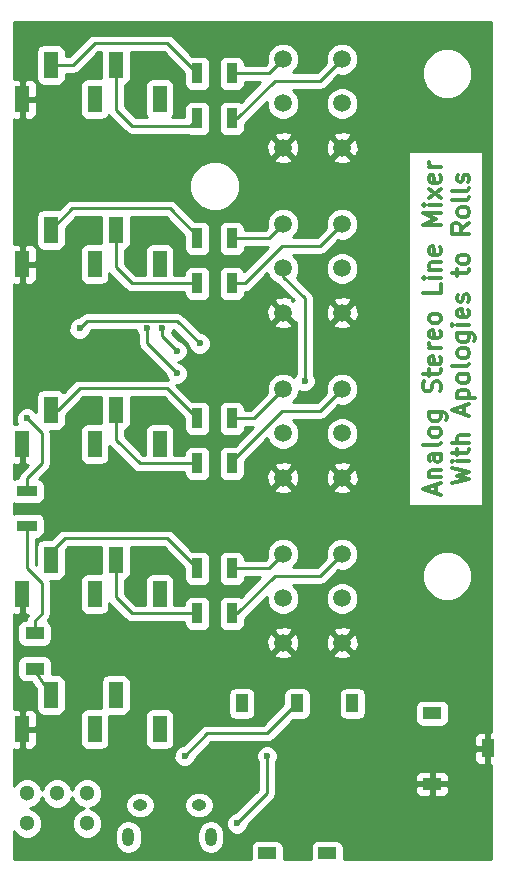
<source format=gbr>
G04 #@! TF.FileFunction,Copper,L1,Top,Signal*
%FSLAX46Y46*%
G04 Gerber Fmt 4.6, Leading zero omitted, Abs format (unit mm)*
G04 Created by KiCad (PCBNEW 4.0.1-stable) date Tuesday, February 09, 2016 'PMt' 01:35:24 PM*
%MOMM*%
G01*
G04 APERTURE LIST*
%ADD10C,0.100000*%
%ADD11C,0.300000*%
%ADD12R,1.200000X2.200000*%
%ADD13R,1.600000X1.000000*%
%ADD14R,1.000000X1.600000*%
%ADD15O,1.250000X0.950000*%
%ADD16O,1.000000X1.550000*%
%ADD17R,0.900000X1.700000*%
%ADD18R,1.700000X0.900000*%
%ADD19C,1.500000*%
%ADD20C,1.300000*%
%ADD21R,1.000000X1.500000*%
%ADD22R,1.500000X1.000000*%
%ADD23C,0.600000*%
%ADD24C,0.250000*%
%ADD25C,0.254000*%
G04 APERTURE END LIST*
D10*
D11*
X87950000Y-87624285D02*
X87950000Y-86909999D01*
X88378571Y-87767142D02*
X86878571Y-87267142D01*
X88378571Y-86767142D01*
X87378571Y-86267142D02*
X88378571Y-86267142D01*
X87521429Y-86267142D02*
X87450000Y-86195714D01*
X87378571Y-86052856D01*
X87378571Y-85838571D01*
X87450000Y-85695714D01*
X87592857Y-85624285D01*
X88378571Y-85624285D01*
X88378571Y-84267142D02*
X87592857Y-84267142D01*
X87450000Y-84338571D01*
X87378571Y-84481428D01*
X87378571Y-84767142D01*
X87450000Y-84909999D01*
X88307143Y-84267142D02*
X88378571Y-84409999D01*
X88378571Y-84767142D01*
X88307143Y-84909999D01*
X88164286Y-84981428D01*
X88021429Y-84981428D01*
X87878571Y-84909999D01*
X87807143Y-84767142D01*
X87807143Y-84409999D01*
X87735714Y-84267142D01*
X88378571Y-83338570D02*
X88307143Y-83481428D01*
X88164286Y-83552856D01*
X86878571Y-83552856D01*
X88378571Y-82552856D02*
X88307143Y-82695714D01*
X88235714Y-82767142D01*
X88092857Y-82838571D01*
X87664286Y-82838571D01*
X87521429Y-82767142D01*
X87450000Y-82695714D01*
X87378571Y-82552856D01*
X87378571Y-82338571D01*
X87450000Y-82195714D01*
X87521429Y-82124285D01*
X87664286Y-82052856D01*
X88092857Y-82052856D01*
X88235714Y-82124285D01*
X88307143Y-82195714D01*
X88378571Y-82338571D01*
X88378571Y-82552856D01*
X87378571Y-80767142D02*
X88592857Y-80767142D01*
X88735714Y-80838571D01*
X88807143Y-80909999D01*
X88878571Y-81052856D01*
X88878571Y-81267142D01*
X88807143Y-81409999D01*
X88307143Y-80767142D02*
X88378571Y-80909999D01*
X88378571Y-81195713D01*
X88307143Y-81338571D01*
X88235714Y-81409999D01*
X88092857Y-81481428D01*
X87664286Y-81481428D01*
X87521429Y-81409999D01*
X87450000Y-81338571D01*
X87378571Y-81195713D01*
X87378571Y-80909999D01*
X87450000Y-80767142D01*
X88307143Y-78981428D02*
X88378571Y-78767142D01*
X88378571Y-78409999D01*
X88307143Y-78267142D01*
X88235714Y-78195713D01*
X88092857Y-78124285D01*
X87950000Y-78124285D01*
X87807143Y-78195713D01*
X87735714Y-78267142D01*
X87664286Y-78409999D01*
X87592857Y-78695713D01*
X87521429Y-78838571D01*
X87450000Y-78909999D01*
X87307143Y-78981428D01*
X87164286Y-78981428D01*
X87021429Y-78909999D01*
X86950000Y-78838571D01*
X86878571Y-78695713D01*
X86878571Y-78338571D01*
X86950000Y-78124285D01*
X87378571Y-77695714D02*
X87378571Y-77124285D01*
X86878571Y-77481428D02*
X88164286Y-77481428D01*
X88307143Y-77410000D01*
X88378571Y-77267142D01*
X88378571Y-77124285D01*
X88307143Y-76052857D02*
X88378571Y-76195714D01*
X88378571Y-76481428D01*
X88307143Y-76624285D01*
X88164286Y-76695714D01*
X87592857Y-76695714D01*
X87450000Y-76624285D01*
X87378571Y-76481428D01*
X87378571Y-76195714D01*
X87450000Y-76052857D01*
X87592857Y-75981428D01*
X87735714Y-75981428D01*
X87878571Y-76695714D01*
X88378571Y-75338571D02*
X87378571Y-75338571D01*
X87664286Y-75338571D02*
X87521429Y-75267143D01*
X87450000Y-75195714D01*
X87378571Y-75052857D01*
X87378571Y-74910000D01*
X88307143Y-73838572D02*
X88378571Y-73981429D01*
X88378571Y-74267143D01*
X88307143Y-74410000D01*
X88164286Y-74481429D01*
X87592857Y-74481429D01*
X87450000Y-74410000D01*
X87378571Y-74267143D01*
X87378571Y-73981429D01*
X87450000Y-73838572D01*
X87592857Y-73767143D01*
X87735714Y-73767143D01*
X87878571Y-74481429D01*
X88378571Y-72910000D02*
X88307143Y-73052858D01*
X88235714Y-73124286D01*
X88092857Y-73195715D01*
X87664286Y-73195715D01*
X87521429Y-73124286D01*
X87450000Y-73052858D01*
X87378571Y-72910000D01*
X87378571Y-72695715D01*
X87450000Y-72552858D01*
X87521429Y-72481429D01*
X87664286Y-72410000D01*
X88092857Y-72410000D01*
X88235714Y-72481429D01*
X88307143Y-72552858D01*
X88378571Y-72695715D01*
X88378571Y-72910000D01*
X88378571Y-69910000D02*
X88378571Y-70624286D01*
X86878571Y-70624286D01*
X88378571Y-69410000D02*
X87378571Y-69410000D01*
X86878571Y-69410000D02*
X86950000Y-69481429D01*
X87021429Y-69410000D01*
X86950000Y-69338572D01*
X86878571Y-69410000D01*
X87021429Y-69410000D01*
X87378571Y-68695714D02*
X88378571Y-68695714D01*
X87521429Y-68695714D02*
X87450000Y-68624286D01*
X87378571Y-68481428D01*
X87378571Y-68267143D01*
X87450000Y-68124286D01*
X87592857Y-68052857D01*
X88378571Y-68052857D01*
X88307143Y-66767143D02*
X88378571Y-66910000D01*
X88378571Y-67195714D01*
X88307143Y-67338571D01*
X88164286Y-67410000D01*
X87592857Y-67410000D01*
X87450000Y-67338571D01*
X87378571Y-67195714D01*
X87378571Y-66910000D01*
X87450000Y-66767143D01*
X87592857Y-66695714D01*
X87735714Y-66695714D01*
X87878571Y-67410000D01*
X88378571Y-64910000D02*
X86878571Y-64910000D01*
X87950000Y-64410000D01*
X86878571Y-63910000D01*
X88378571Y-63910000D01*
X88378571Y-63195714D02*
X87378571Y-63195714D01*
X86878571Y-63195714D02*
X86950000Y-63267143D01*
X87021429Y-63195714D01*
X86950000Y-63124286D01*
X86878571Y-63195714D01*
X87021429Y-63195714D01*
X88378571Y-62624285D02*
X87378571Y-61838571D01*
X87378571Y-62624285D02*
X88378571Y-61838571D01*
X88307143Y-60695714D02*
X88378571Y-60838571D01*
X88378571Y-61124285D01*
X88307143Y-61267142D01*
X88164286Y-61338571D01*
X87592857Y-61338571D01*
X87450000Y-61267142D01*
X87378571Y-61124285D01*
X87378571Y-60838571D01*
X87450000Y-60695714D01*
X87592857Y-60624285D01*
X87735714Y-60624285D01*
X87878571Y-61338571D01*
X88378571Y-59981428D02*
X87378571Y-59981428D01*
X87664286Y-59981428D02*
X87521429Y-59910000D01*
X87450000Y-59838571D01*
X87378571Y-59695714D01*
X87378571Y-59552857D01*
X89278571Y-86767143D02*
X90778571Y-86410000D01*
X89707143Y-86124286D01*
X90778571Y-85838572D01*
X89278571Y-85481429D01*
X90778571Y-84910000D02*
X89778571Y-84910000D01*
X89278571Y-84910000D02*
X89350000Y-84981429D01*
X89421429Y-84910000D01*
X89350000Y-84838572D01*
X89278571Y-84910000D01*
X89421429Y-84910000D01*
X89778571Y-84410000D02*
X89778571Y-83838571D01*
X89278571Y-84195714D02*
X90564286Y-84195714D01*
X90707143Y-84124286D01*
X90778571Y-83981428D01*
X90778571Y-83838571D01*
X90778571Y-83338571D02*
X89278571Y-83338571D01*
X90778571Y-82695714D02*
X89992857Y-82695714D01*
X89850000Y-82767143D01*
X89778571Y-82910000D01*
X89778571Y-83124285D01*
X89850000Y-83267143D01*
X89921429Y-83338571D01*
X90350000Y-80910000D02*
X90350000Y-80195714D01*
X90778571Y-81052857D02*
X89278571Y-80552857D01*
X90778571Y-80052857D01*
X89778571Y-79552857D02*
X91278571Y-79552857D01*
X89850000Y-79552857D02*
X89778571Y-79410000D01*
X89778571Y-79124286D01*
X89850000Y-78981429D01*
X89921429Y-78910000D01*
X90064286Y-78838571D01*
X90492857Y-78838571D01*
X90635714Y-78910000D01*
X90707143Y-78981429D01*
X90778571Y-79124286D01*
X90778571Y-79410000D01*
X90707143Y-79552857D01*
X90778571Y-77981428D02*
X90707143Y-78124286D01*
X90635714Y-78195714D01*
X90492857Y-78267143D01*
X90064286Y-78267143D01*
X89921429Y-78195714D01*
X89850000Y-78124286D01*
X89778571Y-77981428D01*
X89778571Y-77767143D01*
X89850000Y-77624286D01*
X89921429Y-77552857D01*
X90064286Y-77481428D01*
X90492857Y-77481428D01*
X90635714Y-77552857D01*
X90707143Y-77624286D01*
X90778571Y-77767143D01*
X90778571Y-77981428D01*
X90778571Y-76624285D02*
X90707143Y-76767143D01*
X90564286Y-76838571D01*
X89278571Y-76838571D01*
X90778571Y-75838571D02*
X90707143Y-75981429D01*
X90635714Y-76052857D01*
X90492857Y-76124286D01*
X90064286Y-76124286D01*
X89921429Y-76052857D01*
X89850000Y-75981429D01*
X89778571Y-75838571D01*
X89778571Y-75624286D01*
X89850000Y-75481429D01*
X89921429Y-75410000D01*
X90064286Y-75338571D01*
X90492857Y-75338571D01*
X90635714Y-75410000D01*
X90707143Y-75481429D01*
X90778571Y-75624286D01*
X90778571Y-75838571D01*
X89778571Y-74052857D02*
X90992857Y-74052857D01*
X91135714Y-74124286D01*
X91207143Y-74195714D01*
X91278571Y-74338571D01*
X91278571Y-74552857D01*
X91207143Y-74695714D01*
X90707143Y-74052857D02*
X90778571Y-74195714D01*
X90778571Y-74481428D01*
X90707143Y-74624286D01*
X90635714Y-74695714D01*
X90492857Y-74767143D01*
X90064286Y-74767143D01*
X89921429Y-74695714D01*
X89850000Y-74624286D01*
X89778571Y-74481428D01*
X89778571Y-74195714D01*
X89850000Y-74052857D01*
X90778571Y-73338571D02*
X89778571Y-73338571D01*
X89278571Y-73338571D02*
X89350000Y-73410000D01*
X89421429Y-73338571D01*
X89350000Y-73267143D01*
X89278571Y-73338571D01*
X89421429Y-73338571D01*
X90707143Y-72052857D02*
X90778571Y-72195714D01*
X90778571Y-72481428D01*
X90707143Y-72624285D01*
X90564286Y-72695714D01*
X89992857Y-72695714D01*
X89850000Y-72624285D01*
X89778571Y-72481428D01*
X89778571Y-72195714D01*
X89850000Y-72052857D01*
X89992857Y-71981428D01*
X90135714Y-71981428D01*
X90278571Y-72695714D01*
X90707143Y-71410000D02*
X90778571Y-71267143D01*
X90778571Y-70981428D01*
X90707143Y-70838571D01*
X90564286Y-70767143D01*
X90492857Y-70767143D01*
X90350000Y-70838571D01*
X90278571Y-70981428D01*
X90278571Y-71195714D01*
X90207143Y-71338571D01*
X90064286Y-71410000D01*
X89992857Y-71410000D01*
X89850000Y-71338571D01*
X89778571Y-71195714D01*
X89778571Y-70981428D01*
X89850000Y-70838571D01*
X89778571Y-69195714D02*
X89778571Y-68624285D01*
X89278571Y-68981428D02*
X90564286Y-68981428D01*
X90707143Y-68910000D01*
X90778571Y-68767142D01*
X90778571Y-68624285D01*
X90778571Y-67909999D02*
X90707143Y-68052857D01*
X90635714Y-68124285D01*
X90492857Y-68195714D01*
X90064286Y-68195714D01*
X89921429Y-68124285D01*
X89850000Y-68052857D01*
X89778571Y-67909999D01*
X89778571Y-67695714D01*
X89850000Y-67552857D01*
X89921429Y-67481428D01*
X90064286Y-67409999D01*
X90492857Y-67409999D01*
X90635714Y-67481428D01*
X90707143Y-67552857D01*
X90778571Y-67695714D01*
X90778571Y-67909999D01*
X90778571Y-64767142D02*
X90064286Y-65267142D01*
X90778571Y-65624285D02*
X89278571Y-65624285D01*
X89278571Y-65052857D01*
X89350000Y-64909999D01*
X89421429Y-64838571D01*
X89564286Y-64767142D01*
X89778571Y-64767142D01*
X89921429Y-64838571D01*
X89992857Y-64909999D01*
X90064286Y-65052857D01*
X90064286Y-65624285D01*
X90778571Y-63909999D02*
X90707143Y-64052857D01*
X90635714Y-64124285D01*
X90492857Y-64195714D01*
X90064286Y-64195714D01*
X89921429Y-64124285D01*
X89850000Y-64052857D01*
X89778571Y-63909999D01*
X89778571Y-63695714D01*
X89850000Y-63552857D01*
X89921429Y-63481428D01*
X90064286Y-63409999D01*
X90492857Y-63409999D01*
X90635714Y-63481428D01*
X90707143Y-63552857D01*
X90778571Y-63695714D01*
X90778571Y-63909999D01*
X90778571Y-62552856D02*
X90707143Y-62695714D01*
X90564286Y-62767142D01*
X89278571Y-62767142D01*
X90778571Y-61767142D02*
X90707143Y-61910000D01*
X90564286Y-61981428D01*
X89278571Y-61981428D01*
X90707143Y-61267143D02*
X90778571Y-61124286D01*
X90778571Y-60838571D01*
X90707143Y-60695714D01*
X90564286Y-60624286D01*
X90492857Y-60624286D01*
X90350000Y-60695714D01*
X90278571Y-60838571D01*
X90278571Y-61052857D01*
X90207143Y-61195714D01*
X90064286Y-61267143D01*
X89992857Y-61267143D01*
X89850000Y-61195714D01*
X89778571Y-61052857D01*
X89778571Y-60838571D01*
X89850000Y-60695714D01*
D12*
X52955000Y-107580000D03*
X55355000Y-104680000D03*
X60855000Y-104680000D03*
X64555000Y-107580000D03*
X59055000Y-107580000D03*
X52955000Y-83450000D03*
X55355000Y-80550000D03*
X60855000Y-80550000D03*
X64555000Y-83450000D03*
X59055000Y-83450000D03*
D13*
X53975000Y-99465000D03*
X53975000Y-102465000D03*
X87630000Y-112220000D03*
D14*
X92330000Y-109220000D03*
D13*
X87630000Y-106220000D03*
D12*
X52955000Y-54240000D03*
X55355000Y-51340000D03*
X60855000Y-51340000D03*
X64555000Y-54240000D03*
X59055000Y-54240000D03*
X52955000Y-68210000D03*
X55355000Y-65310000D03*
X60855000Y-65310000D03*
X64555000Y-68210000D03*
X59055000Y-68210000D03*
X52955000Y-96150000D03*
X55355000Y-93250000D03*
X60855000Y-93250000D03*
X64555000Y-96150000D03*
X59055000Y-96150000D03*
D15*
X67905900Y-114007460D03*
X62905900Y-114007460D03*
D16*
X68905900Y-116707460D03*
X61905900Y-116707460D03*
D17*
X70665000Y-66040000D03*
X67765000Y-66040000D03*
X70665000Y-52070000D03*
X67765000Y-52070000D03*
X70665000Y-69850000D03*
X67765000Y-69850000D03*
X70665000Y-85090000D03*
X67765000Y-85090000D03*
X70665000Y-81280000D03*
X67765000Y-81280000D03*
X70665000Y-97790000D03*
X67765000Y-97790000D03*
X70665000Y-93980000D03*
X67765000Y-93980000D03*
X70665000Y-55880000D03*
X67765000Y-55880000D03*
D18*
X53340000Y-87450000D03*
X53340000Y-90350000D03*
D19*
X80010000Y-54610000D03*
X80010000Y-50860000D03*
X80010000Y-58360000D03*
X75010000Y-50860000D03*
X75010000Y-54610000D03*
X75010000Y-58360000D03*
X80010000Y-68580000D03*
X80010000Y-64830000D03*
X80010000Y-72330000D03*
X75010000Y-64830000D03*
X75010000Y-68580000D03*
X75010000Y-72330000D03*
X80010000Y-82550000D03*
X80010000Y-78800000D03*
X80010000Y-86300000D03*
X75010000Y-78800000D03*
X75010000Y-82550000D03*
X75010000Y-86300000D03*
X80010000Y-96520000D03*
X80010000Y-92770000D03*
X80010000Y-100270000D03*
X75010000Y-92770000D03*
X75010000Y-96520000D03*
X75010000Y-100270000D03*
D20*
X58420000Y-113030000D03*
X55880000Y-113030000D03*
X53340000Y-113030000D03*
X53340000Y-115570000D03*
X58420000Y-115570000D03*
D21*
X80890000Y-105410000D03*
X76200000Y-105410000D03*
X71510000Y-105410000D03*
D22*
X78740000Y-118110000D03*
X73660000Y-118110000D03*
D23*
X57785000Y-73660000D03*
X67945000Y-74930000D03*
X76835000Y-78105000D03*
X66675000Y-109855000D03*
X74295000Y-114935000D03*
X58420000Y-88900000D03*
X71120000Y-111125000D03*
X81280000Y-116205000D03*
X64770000Y-73660000D03*
X66040000Y-75565000D03*
X53340000Y-81280000D03*
X63500000Y-73660000D03*
X66040000Y-77470000D03*
X71120000Y-115570000D03*
X73660000Y-109855000D03*
D24*
X58420000Y-73025000D02*
X57785000Y-73660000D01*
X66040000Y-73025000D02*
X58420000Y-73025000D01*
X67945000Y-74930000D02*
X66040000Y-73025000D01*
X75010000Y-68580000D02*
X75010000Y-69295000D01*
X75010000Y-69295000D02*
X76835000Y-71120000D01*
X76835000Y-71120000D02*
X76835000Y-78105000D01*
X73660000Y-107950000D02*
X76200000Y-105410000D01*
X68580000Y-107950000D02*
X73660000Y-107950000D01*
X66675000Y-109855000D02*
X68580000Y-107950000D01*
X64770000Y-74295000D02*
X64770000Y-73660000D01*
X66040000Y-75565000D02*
X64770000Y-74295000D01*
X53340000Y-87450000D02*
X53340000Y-86360000D01*
X54610000Y-82550000D02*
X53340000Y-81280000D01*
X54610000Y-85090000D02*
X54610000Y-82550000D01*
X53340000Y-86360000D02*
X54610000Y-85090000D01*
X63500000Y-74930000D02*
X63500000Y-73660000D01*
X66040000Y-77470000D02*
X63500000Y-74930000D01*
X53975000Y-99465000D02*
X53975000Y-98425000D01*
X53340000Y-93980000D02*
X53340000Y-90350000D01*
X54610000Y-95250000D02*
X53340000Y-93980000D01*
X54610000Y-97790000D02*
X54610000Y-95250000D01*
X53975000Y-98425000D02*
X54610000Y-97790000D01*
X53975000Y-102465000D02*
X53975000Y-102665000D01*
X53975000Y-102665000D02*
X55355000Y-104680000D01*
X71120000Y-115570000D02*
X73660000Y-113030000D01*
X73660000Y-113030000D02*
X73660000Y-109855000D01*
X55355000Y-51340000D02*
X57245000Y-51340000D01*
X65225000Y-49530000D02*
X67765000Y-52070000D01*
X59055000Y-49530000D02*
X65225000Y-49530000D01*
X57245000Y-51340000D02*
X59055000Y-49530000D01*
X60855000Y-51340000D02*
X60855000Y-55140000D01*
X67130000Y-56515000D02*
X67765000Y-55880000D01*
X62230000Y-56515000D02*
X67130000Y-56515000D01*
X60855000Y-55140000D02*
X62230000Y-56515000D01*
X67765000Y-66040000D02*
X67765000Y-65860000D01*
X67765000Y-65860000D02*
X65405000Y-63500000D01*
X65405000Y-63500000D02*
X57165000Y-63500000D01*
X57165000Y-63500000D02*
X55355000Y-65310000D01*
X60855000Y-65310000D02*
X60855000Y-68475000D01*
X62230000Y-69850000D02*
X67765000Y-69850000D01*
X60855000Y-68475000D02*
X62230000Y-69850000D01*
X55355000Y-80550000D02*
X55975000Y-80550000D01*
X65225000Y-78740000D02*
X67765000Y-81280000D01*
X57785000Y-78740000D02*
X65225000Y-78740000D01*
X55975000Y-80550000D02*
X57785000Y-78740000D01*
X60855000Y-80550000D02*
X60855000Y-83080000D01*
X62865000Y-85090000D02*
X67765000Y-85090000D01*
X60855000Y-83080000D02*
X62865000Y-85090000D01*
X55355000Y-93250000D02*
X55355000Y-92600000D01*
X55355000Y-92600000D02*
X56515000Y-91440000D01*
X56515000Y-91440000D02*
X65225000Y-91440000D01*
X65225000Y-91440000D02*
X67765000Y-93980000D01*
X60855000Y-93250000D02*
X60855000Y-96415000D01*
X62230000Y-97790000D02*
X67765000Y-97790000D01*
X60855000Y-96415000D02*
X62230000Y-97790000D01*
X70665000Y-66040000D02*
X73800000Y-66040000D01*
X73800000Y-66040000D02*
X75010000Y-64830000D01*
X70665000Y-52070000D02*
X73800000Y-52070000D01*
X73800000Y-52070000D02*
X75010000Y-50860000D01*
X70665000Y-69850000D02*
X71755000Y-69850000D01*
X78165000Y-66675000D02*
X80010000Y-64830000D01*
X74930000Y-66675000D02*
X78165000Y-66675000D01*
X71755000Y-69850000D02*
X74930000Y-66675000D01*
X70665000Y-85090000D02*
X70665000Y-84910000D01*
X70665000Y-84910000D02*
X74930000Y-80645000D01*
X74930000Y-80645000D02*
X78165000Y-80645000D01*
X78165000Y-80645000D02*
X80010000Y-78800000D01*
X70665000Y-81280000D02*
X72530000Y-81280000D01*
X72530000Y-81280000D02*
X75010000Y-78800000D01*
X70665000Y-97790000D02*
X71120000Y-97790000D01*
X78165000Y-94615000D02*
X80010000Y-92770000D01*
X74295000Y-94615000D02*
X78165000Y-94615000D01*
X71120000Y-97790000D02*
X74295000Y-94615000D01*
X70665000Y-93980000D02*
X73800000Y-93980000D01*
X73800000Y-93980000D02*
X75010000Y-92770000D01*
X70665000Y-55880000D02*
X71120000Y-55880000D01*
X78165000Y-52705000D02*
X80010000Y-50860000D01*
X74295000Y-52705000D02*
X78165000Y-52705000D01*
X71120000Y-55880000D02*
X74295000Y-52705000D01*
D25*
G36*
X92583000Y-107817750D02*
X92457000Y-107943750D01*
X92457000Y-109093000D01*
X92477000Y-109093000D01*
X92477000Y-109347000D01*
X92457000Y-109347000D01*
X92457000Y-110496250D01*
X92583000Y-110622250D01*
X92583000Y-118618000D01*
X80135820Y-118618000D01*
X80137440Y-118610000D01*
X80137440Y-117610000D01*
X80093162Y-117374683D01*
X79954090Y-117158559D01*
X79741890Y-117013569D01*
X79490000Y-116962560D01*
X77990000Y-116962560D01*
X77754683Y-117006838D01*
X77538559Y-117145910D01*
X77393569Y-117358110D01*
X77342560Y-117610000D01*
X77342560Y-118610000D01*
X77344065Y-118618000D01*
X75055820Y-118618000D01*
X75057440Y-118610000D01*
X75057440Y-117610000D01*
X75013162Y-117374683D01*
X74874090Y-117158559D01*
X74661890Y-117013569D01*
X74410000Y-116962560D01*
X72910000Y-116962560D01*
X72674683Y-117006838D01*
X72458559Y-117145910D01*
X72313569Y-117358110D01*
X72262560Y-117610000D01*
X72262560Y-118610000D01*
X72264065Y-118618000D01*
X52197000Y-118618000D01*
X52197000Y-116168686D01*
X52249995Y-116296943D01*
X52611155Y-116658735D01*
X53083276Y-116854777D01*
X53594481Y-116855223D01*
X54066943Y-116660005D01*
X54428735Y-116298845D01*
X54624777Y-115826724D01*
X54625223Y-115315519D01*
X54430005Y-114843057D01*
X54068845Y-114481265D01*
X53631818Y-114299795D01*
X54066943Y-114120005D01*
X54428735Y-113758845D01*
X54610205Y-113321818D01*
X54789995Y-113756943D01*
X55151155Y-114118735D01*
X55623276Y-114314777D01*
X56134481Y-114315223D01*
X56606943Y-114120005D01*
X56968735Y-113758845D01*
X57150205Y-113321818D01*
X57329995Y-113756943D01*
X57691155Y-114118735D01*
X58128182Y-114300205D01*
X57693057Y-114479995D01*
X57331265Y-114841155D01*
X57135223Y-115313276D01*
X57134777Y-115824481D01*
X57329995Y-116296943D01*
X57691155Y-116658735D01*
X58163276Y-116854777D01*
X58674481Y-116855223D01*
X59146943Y-116660005D01*
X59402558Y-116404836D01*
X60770900Y-116404836D01*
X60770900Y-117010084D01*
X60857297Y-117444430D01*
X61103334Y-117812650D01*
X61471554Y-118058687D01*
X61905900Y-118145084D01*
X62340246Y-118058687D01*
X62708466Y-117812650D01*
X62954503Y-117444430D01*
X63040900Y-117010084D01*
X63040900Y-116404836D01*
X67770900Y-116404836D01*
X67770900Y-117010084D01*
X67857297Y-117444430D01*
X68103334Y-117812650D01*
X68471554Y-118058687D01*
X68905900Y-118145084D01*
X69340246Y-118058687D01*
X69708466Y-117812650D01*
X69954503Y-117444430D01*
X70040900Y-117010084D01*
X70040900Y-116404836D01*
X69954503Y-115970490D01*
X69810629Y-115755167D01*
X70184838Y-115755167D01*
X70326883Y-116098943D01*
X70589673Y-116362192D01*
X70933201Y-116504838D01*
X71305167Y-116505162D01*
X71648943Y-116363117D01*
X71912192Y-116100327D01*
X72054838Y-115756799D01*
X72054879Y-115709923D01*
X74197401Y-113567401D01*
X74362148Y-113320840D01*
X74371746Y-113272586D01*
X74420000Y-113030000D01*
X74420000Y-112505750D01*
X86195000Y-112505750D01*
X86195000Y-112846310D01*
X86291673Y-113079699D01*
X86470302Y-113258327D01*
X86703691Y-113355000D01*
X87344250Y-113355000D01*
X87503000Y-113196250D01*
X87503000Y-112347000D01*
X87757000Y-112347000D01*
X87757000Y-113196250D01*
X87915750Y-113355000D01*
X88556309Y-113355000D01*
X88789698Y-113258327D01*
X88968327Y-113079699D01*
X89065000Y-112846310D01*
X89065000Y-112505750D01*
X88906250Y-112347000D01*
X87757000Y-112347000D01*
X87503000Y-112347000D01*
X86353750Y-112347000D01*
X86195000Y-112505750D01*
X74420000Y-112505750D01*
X74420000Y-111593690D01*
X86195000Y-111593690D01*
X86195000Y-111934250D01*
X86353750Y-112093000D01*
X87503000Y-112093000D01*
X87503000Y-111243750D01*
X87757000Y-111243750D01*
X87757000Y-112093000D01*
X88906250Y-112093000D01*
X89065000Y-111934250D01*
X89065000Y-111593690D01*
X88968327Y-111360301D01*
X88789698Y-111181673D01*
X88556309Y-111085000D01*
X87915750Y-111085000D01*
X87757000Y-111243750D01*
X87503000Y-111243750D01*
X87344250Y-111085000D01*
X86703691Y-111085000D01*
X86470302Y-111181673D01*
X86291673Y-111360301D01*
X86195000Y-111593690D01*
X74420000Y-111593690D01*
X74420000Y-110417463D01*
X74452192Y-110385327D01*
X74594838Y-110041799D01*
X74595162Y-109669833D01*
X74527365Y-109505750D01*
X91195000Y-109505750D01*
X91195000Y-110146309D01*
X91291673Y-110379698D01*
X91470301Y-110558327D01*
X91703690Y-110655000D01*
X92044250Y-110655000D01*
X92203000Y-110496250D01*
X92203000Y-109347000D01*
X91353750Y-109347000D01*
X91195000Y-109505750D01*
X74527365Y-109505750D01*
X74453117Y-109326057D01*
X74190327Y-109062808D01*
X73846799Y-108920162D01*
X73474833Y-108919838D01*
X73131057Y-109061883D01*
X72867808Y-109324673D01*
X72725162Y-109668201D01*
X72724838Y-110040167D01*
X72866883Y-110383943D01*
X72900000Y-110417118D01*
X72900000Y-112715198D01*
X70980320Y-114634878D01*
X70934833Y-114634838D01*
X70591057Y-114776883D01*
X70327808Y-115039673D01*
X70185162Y-115383201D01*
X70184838Y-115755167D01*
X69810629Y-115755167D01*
X69708466Y-115602270D01*
X69340246Y-115356233D01*
X68905900Y-115269836D01*
X68471554Y-115356233D01*
X68103334Y-115602270D01*
X67857297Y-115970490D01*
X67770900Y-116404836D01*
X63040900Y-116404836D01*
X62954503Y-115970490D01*
X62708466Y-115602270D01*
X62340246Y-115356233D01*
X61905900Y-115269836D01*
X61471554Y-115356233D01*
X61103334Y-115602270D01*
X60857297Y-115970490D01*
X60770900Y-116404836D01*
X59402558Y-116404836D01*
X59508735Y-116298845D01*
X59704777Y-115826724D01*
X59705223Y-115315519D01*
X59510005Y-114843057D01*
X59148845Y-114481265D01*
X58711818Y-114299795D01*
X59146943Y-114120005D01*
X59259684Y-114007460D01*
X61621215Y-114007460D01*
X61705709Y-114432239D01*
X61946326Y-114792349D01*
X62306436Y-115032966D01*
X62731215Y-115117460D01*
X63080585Y-115117460D01*
X63505364Y-115032966D01*
X63865474Y-114792349D01*
X64106091Y-114432239D01*
X64190585Y-114007460D01*
X66621215Y-114007460D01*
X66705709Y-114432239D01*
X66946326Y-114792349D01*
X67306436Y-115032966D01*
X67731215Y-115117460D01*
X68080585Y-115117460D01*
X68505364Y-115032966D01*
X68865474Y-114792349D01*
X69106091Y-114432239D01*
X69190585Y-114007460D01*
X69106091Y-113582681D01*
X68865474Y-113222571D01*
X68505364Y-112981954D01*
X68080585Y-112897460D01*
X67731215Y-112897460D01*
X67306436Y-112981954D01*
X66946326Y-113222571D01*
X66705709Y-113582681D01*
X66621215Y-114007460D01*
X64190585Y-114007460D01*
X64106091Y-113582681D01*
X63865474Y-113222571D01*
X63505364Y-112981954D01*
X63080585Y-112897460D01*
X62731215Y-112897460D01*
X62306436Y-112981954D01*
X61946326Y-113222571D01*
X61705709Y-113582681D01*
X61621215Y-114007460D01*
X59259684Y-114007460D01*
X59508735Y-113758845D01*
X59704777Y-113286724D01*
X59705223Y-112775519D01*
X59510005Y-112303057D01*
X59148845Y-111941265D01*
X58676724Y-111745223D01*
X58165519Y-111744777D01*
X57693057Y-111939995D01*
X57331265Y-112301155D01*
X57149795Y-112738182D01*
X56970005Y-112303057D01*
X56608845Y-111941265D01*
X56136724Y-111745223D01*
X55625519Y-111744777D01*
X55153057Y-111939995D01*
X54791265Y-112301155D01*
X54609795Y-112738182D01*
X54430005Y-112303057D01*
X54068845Y-111941265D01*
X53596724Y-111745223D01*
X53085519Y-111744777D01*
X52613057Y-111939995D01*
X52251265Y-112301155D01*
X52197000Y-112431839D01*
X52197000Y-110040167D01*
X65739838Y-110040167D01*
X65881883Y-110383943D01*
X66144673Y-110647192D01*
X66488201Y-110789838D01*
X66860167Y-110790162D01*
X67203943Y-110648117D01*
X67467192Y-110385327D01*
X67609838Y-110041799D01*
X67609879Y-109994923D01*
X68894802Y-108710000D01*
X73660000Y-108710000D01*
X73950839Y-108652148D01*
X74197401Y-108487401D01*
X74391111Y-108293691D01*
X91195000Y-108293691D01*
X91195000Y-108934250D01*
X91353750Y-109093000D01*
X92203000Y-109093000D01*
X92203000Y-107943750D01*
X92044250Y-107785000D01*
X91703690Y-107785000D01*
X91470301Y-107881673D01*
X91291673Y-108060302D01*
X91195000Y-108293691D01*
X74391111Y-108293691D01*
X75877362Y-106807440D01*
X76700000Y-106807440D01*
X76935317Y-106763162D01*
X77151441Y-106624090D01*
X77296431Y-106411890D01*
X77347440Y-106160000D01*
X77347440Y-104660000D01*
X79742560Y-104660000D01*
X79742560Y-106160000D01*
X79786838Y-106395317D01*
X79925910Y-106611441D01*
X80138110Y-106756431D01*
X80390000Y-106807440D01*
X81390000Y-106807440D01*
X81625317Y-106763162D01*
X81841441Y-106624090D01*
X81986431Y-106411890D01*
X82037440Y-106160000D01*
X82037440Y-105720000D01*
X86182560Y-105720000D01*
X86182560Y-106720000D01*
X86226838Y-106955317D01*
X86365910Y-107171441D01*
X86578110Y-107316431D01*
X86830000Y-107367440D01*
X88430000Y-107367440D01*
X88665317Y-107323162D01*
X88881441Y-107184090D01*
X89026431Y-106971890D01*
X89077440Y-106720000D01*
X89077440Y-105720000D01*
X89033162Y-105484683D01*
X88894090Y-105268559D01*
X88681890Y-105123569D01*
X88430000Y-105072560D01*
X86830000Y-105072560D01*
X86594683Y-105116838D01*
X86378559Y-105255910D01*
X86233569Y-105468110D01*
X86182560Y-105720000D01*
X82037440Y-105720000D01*
X82037440Y-104660000D01*
X81993162Y-104424683D01*
X81854090Y-104208559D01*
X81641890Y-104063569D01*
X81390000Y-104012560D01*
X80390000Y-104012560D01*
X80154683Y-104056838D01*
X79938559Y-104195910D01*
X79793569Y-104408110D01*
X79742560Y-104660000D01*
X77347440Y-104660000D01*
X77303162Y-104424683D01*
X77164090Y-104208559D01*
X76951890Y-104063569D01*
X76700000Y-104012560D01*
X75700000Y-104012560D01*
X75464683Y-104056838D01*
X75248559Y-104195910D01*
X75103569Y-104408110D01*
X75052560Y-104660000D01*
X75052560Y-105482638D01*
X73345198Y-107190000D01*
X68580000Y-107190000D01*
X68289161Y-107247852D01*
X68042599Y-107412599D01*
X66535320Y-108919878D01*
X66489833Y-108919838D01*
X66146057Y-109061883D01*
X65882808Y-109324673D01*
X65740162Y-109668201D01*
X65739838Y-110040167D01*
X52197000Y-110040167D01*
X52197000Y-109301873D01*
X52228691Y-109315000D01*
X52669250Y-109315000D01*
X52828000Y-109156250D01*
X52828000Y-107707000D01*
X53082000Y-107707000D01*
X53082000Y-109156250D01*
X53240750Y-109315000D01*
X53681309Y-109315000D01*
X53914698Y-109218327D01*
X54093327Y-109039699D01*
X54190000Y-108806310D01*
X54190000Y-107865750D01*
X54031250Y-107707000D01*
X53082000Y-107707000D01*
X52828000Y-107707000D01*
X52808000Y-107707000D01*
X52808000Y-107453000D01*
X52828000Y-107453000D01*
X52828000Y-106003750D01*
X53082000Y-106003750D01*
X53082000Y-107453000D01*
X54031250Y-107453000D01*
X54190000Y-107294250D01*
X54190000Y-106480000D01*
X57807560Y-106480000D01*
X57807560Y-108680000D01*
X57851838Y-108915317D01*
X57990910Y-109131441D01*
X58203110Y-109276431D01*
X58455000Y-109327440D01*
X59655000Y-109327440D01*
X59890317Y-109283162D01*
X60106441Y-109144090D01*
X60251431Y-108931890D01*
X60302440Y-108680000D01*
X60302440Y-106480000D01*
X63307560Y-106480000D01*
X63307560Y-108680000D01*
X63351838Y-108915317D01*
X63490910Y-109131441D01*
X63703110Y-109276431D01*
X63955000Y-109327440D01*
X65155000Y-109327440D01*
X65390317Y-109283162D01*
X65606441Y-109144090D01*
X65751431Y-108931890D01*
X65802440Y-108680000D01*
X65802440Y-106480000D01*
X65758162Y-106244683D01*
X65619090Y-106028559D01*
X65406890Y-105883569D01*
X65155000Y-105832560D01*
X63955000Y-105832560D01*
X63719683Y-105876838D01*
X63503559Y-106015910D01*
X63358569Y-106228110D01*
X63307560Y-106480000D01*
X60302440Y-106480000D01*
X60292550Y-106427440D01*
X61455000Y-106427440D01*
X61690317Y-106383162D01*
X61906441Y-106244090D01*
X62051431Y-106031890D01*
X62102440Y-105780000D01*
X62102440Y-104660000D01*
X70362560Y-104660000D01*
X70362560Y-106160000D01*
X70406838Y-106395317D01*
X70545910Y-106611441D01*
X70758110Y-106756431D01*
X71010000Y-106807440D01*
X72010000Y-106807440D01*
X72245317Y-106763162D01*
X72461441Y-106624090D01*
X72606431Y-106411890D01*
X72657440Y-106160000D01*
X72657440Y-104660000D01*
X72613162Y-104424683D01*
X72474090Y-104208559D01*
X72261890Y-104063569D01*
X72010000Y-104012560D01*
X71010000Y-104012560D01*
X70774683Y-104056838D01*
X70558559Y-104195910D01*
X70413569Y-104408110D01*
X70362560Y-104660000D01*
X62102440Y-104660000D01*
X62102440Y-103580000D01*
X62058162Y-103344683D01*
X61919090Y-103128559D01*
X61706890Y-102983569D01*
X61455000Y-102932560D01*
X60255000Y-102932560D01*
X60019683Y-102976838D01*
X59803559Y-103115910D01*
X59658569Y-103328110D01*
X59607560Y-103580000D01*
X59607560Y-105780000D01*
X59617450Y-105832560D01*
X58455000Y-105832560D01*
X58219683Y-105876838D01*
X58003559Y-106015910D01*
X57858569Y-106228110D01*
X57807560Y-106480000D01*
X54190000Y-106480000D01*
X54190000Y-106353690D01*
X54093327Y-106120301D01*
X53914698Y-105941673D01*
X53681309Y-105845000D01*
X53240750Y-105845000D01*
X53082000Y-106003750D01*
X52828000Y-106003750D01*
X52669250Y-105845000D01*
X52228691Y-105845000D01*
X52197000Y-105858127D01*
X52197000Y-101965000D01*
X52527560Y-101965000D01*
X52527560Y-102965000D01*
X52571838Y-103200317D01*
X52710910Y-103416441D01*
X52923110Y-103561431D01*
X53175000Y-103612440D01*
X53702717Y-103612440D01*
X54107560Y-104203569D01*
X54107560Y-105780000D01*
X54151838Y-106015317D01*
X54290910Y-106231441D01*
X54503110Y-106376431D01*
X54755000Y-106427440D01*
X55955000Y-106427440D01*
X56190317Y-106383162D01*
X56406441Y-106244090D01*
X56551431Y-106031890D01*
X56602440Y-105780000D01*
X56602440Y-103580000D01*
X56558162Y-103344683D01*
X56419090Y-103128559D01*
X56206890Y-102983569D01*
X55955000Y-102932560D01*
X55422440Y-102932560D01*
X55422440Y-101965000D01*
X55378162Y-101729683D01*
X55239090Y-101513559D01*
X55026890Y-101368569D01*
X54775000Y-101317560D01*
X53175000Y-101317560D01*
X52939683Y-101361838D01*
X52723559Y-101500910D01*
X52578569Y-101713110D01*
X52527560Y-101965000D01*
X52197000Y-101965000D01*
X52197000Y-101241517D01*
X74218088Y-101241517D01*
X74286077Y-101482460D01*
X74805171Y-101667201D01*
X75355448Y-101639230D01*
X75733923Y-101482460D01*
X75801912Y-101241517D01*
X79218088Y-101241517D01*
X79286077Y-101482460D01*
X79805171Y-101667201D01*
X80355448Y-101639230D01*
X80733923Y-101482460D01*
X80801912Y-101241517D01*
X80010000Y-100449605D01*
X79218088Y-101241517D01*
X75801912Y-101241517D01*
X75010000Y-100449605D01*
X74218088Y-101241517D01*
X52197000Y-101241517D01*
X52197000Y-97871873D01*
X52228691Y-97885000D01*
X52669250Y-97885000D01*
X52828000Y-97726250D01*
X52828000Y-96277000D01*
X52808000Y-96277000D01*
X52808000Y-96023000D01*
X52828000Y-96023000D01*
X52828000Y-96003000D01*
X53082000Y-96003000D01*
X53082000Y-96023000D01*
X53102000Y-96023000D01*
X53102000Y-96277000D01*
X53082000Y-96277000D01*
X53082000Y-97726250D01*
X53240750Y-97885000D01*
X53440198Y-97885000D01*
X53437599Y-97887599D01*
X53272852Y-98134161D01*
X53236371Y-98317560D01*
X53175000Y-98317560D01*
X52939683Y-98361838D01*
X52723559Y-98500910D01*
X52578569Y-98713110D01*
X52527560Y-98965000D01*
X52527560Y-99965000D01*
X52571838Y-100200317D01*
X52710910Y-100416441D01*
X52923110Y-100561431D01*
X53175000Y-100612440D01*
X54775000Y-100612440D01*
X55010317Y-100568162D01*
X55226441Y-100429090D01*
X55371431Y-100216890D01*
X55402154Y-100065171D01*
X73612799Y-100065171D01*
X73640770Y-100615448D01*
X73797540Y-100993923D01*
X74038483Y-101061912D01*
X74830395Y-100270000D01*
X75189605Y-100270000D01*
X75981517Y-101061912D01*
X76222460Y-100993923D01*
X76407201Y-100474829D01*
X76386378Y-100065171D01*
X78612799Y-100065171D01*
X78640770Y-100615448D01*
X78797540Y-100993923D01*
X79038483Y-101061912D01*
X79830395Y-100270000D01*
X80189605Y-100270000D01*
X80981517Y-101061912D01*
X81222460Y-100993923D01*
X81407201Y-100474829D01*
X81379230Y-99924552D01*
X81222460Y-99546077D01*
X80981517Y-99478088D01*
X80189605Y-100270000D01*
X79830395Y-100270000D01*
X79038483Y-99478088D01*
X78797540Y-99546077D01*
X78612799Y-100065171D01*
X76386378Y-100065171D01*
X76379230Y-99924552D01*
X76222460Y-99546077D01*
X75981517Y-99478088D01*
X75189605Y-100270000D01*
X74830395Y-100270000D01*
X74038483Y-99478088D01*
X73797540Y-99546077D01*
X73612799Y-100065171D01*
X55402154Y-100065171D01*
X55422440Y-99965000D01*
X55422440Y-99298483D01*
X74218088Y-99298483D01*
X75010000Y-100090395D01*
X75801912Y-99298483D01*
X79218088Y-99298483D01*
X80010000Y-100090395D01*
X80801912Y-99298483D01*
X80733923Y-99057540D01*
X80214829Y-98872799D01*
X79664552Y-98900770D01*
X79286077Y-99057540D01*
X79218088Y-99298483D01*
X75801912Y-99298483D01*
X75733923Y-99057540D01*
X75214829Y-98872799D01*
X74664552Y-98900770D01*
X74286077Y-99057540D01*
X74218088Y-99298483D01*
X55422440Y-99298483D01*
X55422440Y-98965000D01*
X55378162Y-98729683D01*
X55239090Y-98513559D01*
X55074026Y-98400776D01*
X55147401Y-98327401D01*
X55312148Y-98080839D01*
X55370000Y-97790000D01*
X55370000Y-95250000D01*
X55328535Y-95041541D01*
X55319762Y-94997440D01*
X55955000Y-94997440D01*
X56190317Y-94953162D01*
X56406441Y-94814090D01*
X56551431Y-94601890D01*
X56602440Y-94350000D01*
X56602440Y-92427362D01*
X56829802Y-92200000D01*
X59607560Y-92200000D01*
X59607560Y-94350000D01*
X59617450Y-94402560D01*
X58455000Y-94402560D01*
X58219683Y-94446838D01*
X58003559Y-94585910D01*
X57858569Y-94798110D01*
X57807560Y-95050000D01*
X57807560Y-97250000D01*
X57851838Y-97485317D01*
X57990910Y-97701441D01*
X58203110Y-97846431D01*
X58455000Y-97897440D01*
X59655000Y-97897440D01*
X59890317Y-97853162D01*
X60106441Y-97714090D01*
X60251431Y-97501890D01*
X60302440Y-97250000D01*
X60302440Y-96929714D01*
X60317599Y-96952401D01*
X61692599Y-98327401D01*
X61939161Y-98492148D01*
X62230000Y-98550000D01*
X66667560Y-98550000D01*
X66667560Y-98640000D01*
X66711838Y-98875317D01*
X66850910Y-99091441D01*
X67063110Y-99236431D01*
X67315000Y-99287440D01*
X68215000Y-99287440D01*
X68450317Y-99243162D01*
X68666441Y-99104090D01*
X68811431Y-98891890D01*
X68862440Y-98640000D01*
X68862440Y-96940000D01*
X68818162Y-96704683D01*
X68679090Y-96488559D01*
X68466890Y-96343569D01*
X68215000Y-96292560D01*
X67315000Y-96292560D01*
X67079683Y-96336838D01*
X66863559Y-96475910D01*
X66718569Y-96688110D01*
X66667560Y-96940000D01*
X66667560Y-97030000D01*
X65802440Y-97030000D01*
X65802440Y-95050000D01*
X65758162Y-94814683D01*
X65619090Y-94598559D01*
X65406890Y-94453569D01*
X65155000Y-94402560D01*
X63955000Y-94402560D01*
X63719683Y-94446838D01*
X63503559Y-94585910D01*
X63358569Y-94798110D01*
X63307560Y-95050000D01*
X63307560Y-97030000D01*
X62544802Y-97030000D01*
X61615000Y-96100198D01*
X61615000Y-94967334D01*
X61690317Y-94953162D01*
X61906441Y-94814090D01*
X62051431Y-94601890D01*
X62102440Y-94350000D01*
X62102440Y-92200000D01*
X64910198Y-92200000D01*
X66667560Y-93957362D01*
X66667560Y-94830000D01*
X66711838Y-95065317D01*
X66850910Y-95281441D01*
X67063110Y-95426431D01*
X67315000Y-95477440D01*
X68215000Y-95477440D01*
X68450317Y-95433162D01*
X68666441Y-95294090D01*
X68811431Y-95081890D01*
X68862440Y-94830000D01*
X68862440Y-93130000D01*
X69567560Y-93130000D01*
X69567560Y-94830000D01*
X69611838Y-95065317D01*
X69750910Y-95281441D01*
X69963110Y-95426431D01*
X70215000Y-95477440D01*
X71115000Y-95477440D01*
X71350317Y-95433162D01*
X71566441Y-95294090D01*
X71711431Y-95081890D01*
X71762440Y-94830000D01*
X71762440Y-94740000D01*
X73095198Y-94740000D01*
X71440995Y-96394203D01*
X71366890Y-96343569D01*
X71115000Y-96292560D01*
X70215000Y-96292560D01*
X69979683Y-96336838D01*
X69763559Y-96475910D01*
X69618569Y-96688110D01*
X69567560Y-96940000D01*
X69567560Y-98640000D01*
X69611838Y-98875317D01*
X69750910Y-99091441D01*
X69963110Y-99236431D01*
X70215000Y-99287440D01*
X71115000Y-99287440D01*
X71350317Y-99243162D01*
X71566441Y-99104090D01*
X71711431Y-98891890D01*
X71762440Y-98640000D01*
X71762440Y-98222362D01*
X73625139Y-96359663D01*
X73624760Y-96794285D01*
X73835169Y-97303515D01*
X74224436Y-97693461D01*
X74733298Y-97904759D01*
X75284285Y-97905240D01*
X75793515Y-97694831D01*
X76183461Y-97305564D01*
X76394759Y-96796702D01*
X76394761Y-96794285D01*
X78624760Y-96794285D01*
X78835169Y-97303515D01*
X79224436Y-97693461D01*
X79733298Y-97904759D01*
X80284285Y-97905240D01*
X80793515Y-97694831D01*
X81183461Y-97305564D01*
X81394759Y-96796702D01*
X81395240Y-96245715D01*
X81184831Y-95736485D01*
X80795564Y-95346539D01*
X80286702Y-95135241D01*
X79735715Y-95134760D01*
X79226485Y-95345169D01*
X78836539Y-95734436D01*
X78625241Y-96243298D01*
X78624760Y-96794285D01*
X76394761Y-96794285D01*
X76395240Y-96245715D01*
X76184831Y-95736485D01*
X75823975Y-95375000D01*
X78165000Y-95375000D01*
X78455839Y-95317148D01*
X78702401Y-95152401D01*
X78816987Y-95037815D01*
X86764630Y-95037815D01*
X87088980Y-95822800D01*
X87689041Y-96423909D01*
X88473459Y-96749628D01*
X89322815Y-96750370D01*
X90107800Y-96426020D01*
X90708909Y-95825959D01*
X91034628Y-95041541D01*
X91035370Y-94192185D01*
X90711020Y-93407200D01*
X90110959Y-92806091D01*
X89326541Y-92480372D01*
X88477185Y-92479630D01*
X87692200Y-92803980D01*
X87091091Y-93404041D01*
X86765372Y-94188459D01*
X86764630Y-95037815D01*
X78816987Y-95037815D01*
X79709800Y-94145002D01*
X79733298Y-94154759D01*
X80284285Y-94155240D01*
X80793515Y-93944831D01*
X81183461Y-93555564D01*
X81394759Y-93046702D01*
X81395240Y-92495715D01*
X81184831Y-91986485D01*
X80795564Y-91596539D01*
X80286702Y-91385241D01*
X79735715Y-91384760D01*
X79226485Y-91595169D01*
X78836539Y-91984436D01*
X78625241Y-92493298D01*
X78624760Y-93044285D01*
X78635330Y-93069868D01*
X77850198Y-93855000D01*
X75883503Y-93855000D01*
X76183461Y-93555564D01*
X76394759Y-93046702D01*
X76395240Y-92495715D01*
X76184831Y-91986485D01*
X75795564Y-91596539D01*
X75286702Y-91385241D01*
X74735715Y-91384760D01*
X74226485Y-91595169D01*
X73836539Y-91984436D01*
X73625241Y-92493298D01*
X73624760Y-93044285D01*
X73635330Y-93069868D01*
X73485198Y-93220000D01*
X71762440Y-93220000D01*
X71762440Y-93130000D01*
X71718162Y-92894683D01*
X71579090Y-92678559D01*
X71366890Y-92533569D01*
X71115000Y-92482560D01*
X70215000Y-92482560D01*
X69979683Y-92526838D01*
X69763559Y-92665910D01*
X69618569Y-92878110D01*
X69567560Y-93130000D01*
X68862440Y-93130000D01*
X68818162Y-92894683D01*
X68679090Y-92678559D01*
X68466890Y-92533569D01*
X68215000Y-92482560D01*
X67342362Y-92482560D01*
X65762401Y-90902599D01*
X65515839Y-90737852D01*
X65225000Y-90680000D01*
X56515000Y-90680000D01*
X56224161Y-90737852D01*
X55977599Y-90902599D01*
X55377638Y-91502560D01*
X54755000Y-91502560D01*
X54519683Y-91546838D01*
X54303559Y-91685910D01*
X54158569Y-91898110D01*
X54107560Y-92150000D01*
X54107560Y-93672758D01*
X54100000Y-93665198D01*
X54100000Y-91447440D01*
X54190000Y-91447440D01*
X54425317Y-91403162D01*
X54641441Y-91264090D01*
X54786431Y-91051890D01*
X54837440Y-90800000D01*
X54837440Y-89900000D01*
X54793162Y-89664683D01*
X54654090Y-89448559D01*
X54441890Y-89303569D01*
X54190000Y-89252560D01*
X52490000Y-89252560D01*
X52254683Y-89296838D01*
X52197000Y-89333956D01*
X52197000Y-88468342D01*
X52238110Y-88496431D01*
X52490000Y-88547440D01*
X54190000Y-88547440D01*
X54425317Y-88503162D01*
X54641441Y-88364090D01*
X54786431Y-88151890D01*
X54837440Y-87900000D01*
X54837440Y-87271517D01*
X74218088Y-87271517D01*
X74286077Y-87512460D01*
X74805171Y-87697201D01*
X75355448Y-87669230D01*
X75733923Y-87512460D01*
X75801912Y-87271517D01*
X79218088Y-87271517D01*
X79286077Y-87512460D01*
X79805171Y-87697201D01*
X80355448Y-87669230D01*
X80733923Y-87512460D01*
X80801912Y-87271517D01*
X80010000Y-86479605D01*
X79218088Y-87271517D01*
X75801912Y-87271517D01*
X75010000Y-86479605D01*
X74218088Y-87271517D01*
X54837440Y-87271517D01*
X54837440Y-87000000D01*
X54793162Y-86764683D01*
X54654090Y-86548559D01*
X54441890Y-86403569D01*
X54383132Y-86391670D01*
X55147401Y-85627401D01*
X55312148Y-85380840D01*
X55370000Y-85090000D01*
X55370000Y-82550000D01*
X55319762Y-82297440D01*
X55955000Y-82297440D01*
X56190317Y-82253162D01*
X56406441Y-82114090D01*
X56551431Y-81901890D01*
X56602440Y-81650000D01*
X56602440Y-80997362D01*
X58099802Y-79500000D01*
X59607560Y-79500000D01*
X59607560Y-81650000D01*
X59617450Y-81702560D01*
X58455000Y-81702560D01*
X58219683Y-81746838D01*
X58003559Y-81885910D01*
X57858569Y-82098110D01*
X57807560Y-82350000D01*
X57807560Y-84550000D01*
X57851838Y-84785317D01*
X57990910Y-85001441D01*
X58203110Y-85146431D01*
X58455000Y-85197440D01*
X59655000Y-85197440D01*
X59890317Y-85153162D01*
X60106441Y-85014090D01*
X60251431Y-84801890D01*
X60302440Y-84550000D01*
X60302440Y-83594714D01*
X60317599Y-83617401D01*
X62327599Y-85627401D01*
X62574160Y-85792148D01*
X62865000Y-85850000D01*
X66667560Y-85850000D01*
X66667560Y-85940000D01*
X66711838Y-86175317D01*
X66850910Y-86391441D01*
X67063110Y-86536431D01*
X67315000Y-86587440D01*
X68215000Y-86587440D01*
X68450317Y-86543162D01*
X68666441Y-86404090D01*
X68811431Y-86191890D01*
X68862440Y-85940000D01*
X68862440Y-84240000D01*
X68818162Y-84004683D01*
X68679090Y-83788559D01*
X68466890Y-83643569D01*
X68215000Y-83592560D01*
X67315000Y-83592560D01*
X67079683Y-83636838D01*
X66863559Y-83775910D01*
X66718569Y-83988110D01*
X66667560Y-84240000D01*
X66667560Y-84330000D01*
X65802440Y-84330000D01*
X65802440Y-82350000D01*
X65758162Y-82114683D01*
X65619090Y-81898559D01*
X65406890Y-81753569D01*
X65155000Y-81702560D01*
X63955000Y-81702560D01*
X63719683Y-81746838D01*
X63503559Y-81885910D01*
X63358569Y-82098110D01*
X63307560Y-82350000D01*
X63307560Y-84330000D01*
X63179802Y-84330000D01*
X61615000Y-82765198D01*
X61615000Y-82267334D01*
X61690317Y-82253162D01*
X61906441Y-82114090D01*
X62051431Y-81901890D01*
X62102440Y-81650000D01*
X62102440Y-79500000D01*
X64910198Y-79500000D01*
X66667560Y-81257362D01*
X66667560Y-82130000D01*
X66711838Y-82365317D01*
X66850910Y-82581441D01*
X67063110Y-82726431D01*
X67315000Y-82777440D01*
X68215000Y-82777440D01*
X68450317Y-82733162D01*
X68666441Y-82594090D01*
X68811431Y-82381890D01*
X68862440Y-82130000D01*
X68862440Y-80430000D01*
X68818162Y-80194683D01*
X68679090Y-79978559D01*
X68466890Y-79833569D01*
X68215000Y-79782560D01*
X67342362Y-79782560D01*
X65964737Y-78404935D01*
X66225167Y-78405162D01*
X66568943Y-78263117D01*
X66832192Y-78000327D01*
X66974838Y-77656799D01*
X66975162Y-77284833D01*
X66833117Y-76941057D01*
X66570327Y-76677808D01*
X66226799Y-76535162D01*
X66179923Y-76535121D01*
X66144894Y-76500092D01*
X66225167Y-76500162D01*
X66568943Y-76358117D01*
X66832192Y-76095327D01*
X66974838Y-75751799D01*
X66975162Y-75379833D01*
X66833117Y-75036057D01*
X66570327Y-74772808D01*
X66226799Y-74630162D01*
X66179923Y-74630121D01*
X65614400Y-74064598D01*
X65704838Y-73846799D01*
X65704892Y-73785000D01*
X65725198Y-73785000D01*
X67009878Y-75069680D01*
X67009838Y-75115167D01*
X67151883Y-75458943D01*
X67414673Y-75722192D01*
X67758201Y-75864838D01*
X68130167Y-75865162D01*
X68473943Y-75723117D01*
X68737192Y-75460327D01*
X68879838Y-75116799D01*
X68880162Y-74744833D01*
X68738117Y-74401057D01*
X68475327Y-74137808D01*
X68131799Y-73995162D01*
X68084923Y-73995121D01*
X67391319Y-73301517D01*
X74218088Y-73301517D01*
X74286077Y-73542460D01*
X74805171Y-73727201D01*
X75355448Y-73699230D01*
X75733923Y-73542460D01*
X75801912Y-73301517D01*
X75010000Y-72509605D01*
X74218088Y-73301517D01*
X67391319Y-73301517D01*
X66577401Y-72487599D01*
X66330839Y-72322852D01*
X66040000Y-72265000D01*
X58420000Y-72265000D01*
X58129161Y-72322852D01*
X57882599Y-72487599D01*
X57645320Y-72724878D01*
X57599833Y-72724838D01*
X57256057Y-72866883D01*
X56992808Y-73129673D01*
X56850162Y-73473201D01*
X56849838Y-73845167D01*
X56991883Y-74188943D01*
X57254673Y-74452192D01*
X57598201Y-74594838D01*
X57970167Y-74595162D01*
X58313943Y-74453117D01*
X58577192Y-74190327D01*
X58719838Y-73846799D01*
X58719879Y-73799923D01*
X58734802Y-73785000D01*
X62564890Y-73785000D01*
X62564838Y-73845167D01*
X62706883Y-74188943D01*
X62740000Y-74222118D01*
X62740000Y-74930000D01*
X62797852Y-75220839D01*
X62962599Y-75467401D01*
X65104878Y-77609680D01*
X65104838Y-77655167D01*
X65240315Y-77983046D01*
X65225000Y-77980000D01*
X57785000Y-77980000D01*
X57494161Y-78037852D01*
X57247599Y-78202599D01*
X56431834Y-79018364D01*
X56419090Y-78998559D01*
X56206890Y-78853569D01*
X55955000Y-78802560D01*
X54755000Y-78802560D01*
X54519683Y-78846838D01*
X54303559Y-78985910D01*
X54158569Y-79198110D01*
X54107560Y-79450000D01*
X54107560Y-80725455D01*
X53870327Y-80487808D01*
X53526799Y-80345162D01*
X53154833Y-80344838D01*
X52811057Y-80486883D01*
X52547808Y-80749673D01*
X52405162Y-81093201D01*
X52404838Y-81465167D01*
X52508067Y-81715000D01*
X52228691Y-81715000D01*
X52197000Y-81728127D01*
X52197000Y-72125171D01*
X73612799Y-72125171D01*
X73640770Y-72675448D01*
X73797540Y-73053923D01*
X74038483Y-73121912D01*
X74830395Y-72330000D01*
X74038483Y-71538088D01*
X73797540Y-71606077D01*
X73612799Y-72125171D01*
X52197000Y-72125171D01*
X52197000Y-69931873D01*
X52228691Y-69945000D01*
X52669250Y-69945000D01*
X52828000Y-69786250D01*
X52828000Y-68337000D01*
X53082000Y-68337000D01*
X53082000Y-69786250D01*
X53240750Y-69945000D01*
X53681309Y-69945000D01*
X53914698Y-69848327D01*
X54093327Y-69669699D01*
X54190000Y-69436310D01*
X54190000Y-68495750D01*
X54031250Y-68337000D01*
X53082000Y-68337000D01*
X52828000Y-68337000D01*
X52808000Y-68337000D01*
X52808000Y-68083000D01*
X52828000Y-68083000D01*
X52828000Y-66633750D01*
X53082000Y-66633750D01*
X53082000Y-68083000D01*
X54031250Y-68083000D01*
X54190000Y-67924250D01*
X54190000Y-66983690D01*
X54093327Y-66750301D01*
X53914698Y-66571673D01*
X53681309Y-66475000D01*
X53240750Y-66475000D01*
X53082000Y-66633750D01*
X52828000Y-66633750D01*
X52669250Y-66475000D01*
X52228691Y-66475000D01*
X52197000Y-66488127D01*
X52197000Y-64210000D01*
X54107560Y-64210000D01*
X54107560Y-66410000D01*
X54151838Y-66645317D01*
X54290910Y-66861441D01*
X54503110Y-67006431D01*
X54755000Y-67057440D01*
X55955000Y-67057440D01*
X56190317Y-67013162D01*
X56406441Y-66874090D01*
X56551431Y-66661890D01*
X56602440Y-66410000D01*
X56602440Y-65137362D01*
X57479802Y-64260000D01*
X59607560Y-64260000D01*
X59607560Y-66410000D01*
X59617450Y-66462560D01*
X58455000Y-66462560D01*
X58219683Y-66506838D01*
X58003559Y-66645910D01*
X57858569Y-66858110D01*
X57807560Y-67110000D01*
X57807560Y-69310000D01*
X57851838Y-69545317D01*
X57990910Y-69761441D01*
X58203110Y-69906431D01*
X58455000Y-69957440D01*
X59655000Y-69957440D01*
X59890317Y-69913162D01*
X60106441Y-69774090D01*
X60251431Y-69561890D01*
X60302440Y-69310000D01*
X60302440Y-68989714D01*
X60317599Y-69012401D01*
X61692599Y-70387401D01*
X61939161Y-70552148D01*
X62230000Y-70610000D01*
X66667560Y-70610000D01*
X66667560Y-70700000D01*
X66711838Y-70935317D01*
X66850910Y-71151441D01*
X67063110Y-71296431D01*
X67315000Y-71347440D01*
X68215000Y-71347440D01*
X68450317Y-71303162D01*
X68666441Y-71164090D01*
X68811431Y-70951890D01*
X68862440Y-70700000D01*
X68862440Y-69000000D01*
X68818162Y-68764683D01*
X68679090Y-68548559D01*
X68466890Y-68403569D01*
X68215000Y-68352560D01*
X67315000Y-68352560D01*
X67079683Y-68396838D01*
X66863559Y-68535910D01*
X66718569Y-68748110D01*
X66667560Y-69000000D01*
X66667560Y-69090000D01*
X65802440Y-69090000D01*
X65802440Y-67110000D01*
X65758162Y-66874683D01*
X65619090Y-66658559D01*
X65406890Y-66513569D01*
X65155000Y-66462560D01*
X63955000Y-66462560D01*
X63719683Y-66506838D01*
X63503559Y-66645910D01*
X63358569Y-66858110D01*
X63307560Y-67110000D01*
X63307560Y-69090000D01*
X62544802Y-69090000D01*
X61615000Y-68160198D01*
X61615000Y-67027334D01*
X61690317Y-67013162D01*
X61906441Y-66874090D01*
X62051431Y-66661890D01*
X62102440Y-66410000D01*
X62102440Y-64260000D01*
X65090198Y-64260000D01*
X66667560Y-65837362D01*
X66667560Y-66890000D01*
X66711838Y-67125317D01*
X66850910Y-67341441D01*
X67063110Y-67486431D01*
X67315000Y-67537440D01*
X68215000Y-67537440D01*
X68450317Y-67493162D01*
X68666441Y-67354090D01*
X68811431Y-67141890D01*
X68862440Y-66890000D01*
X68862440Y-65190000D01*
X69567560Y-65190000D01*
X69567560Y-66890000D01*
X69611838Y-67125317D01*
X69750910Y-67341441D01*
X69963110Y-67486431D01*
X70215000Y-67537440D01*
X71115000Y-67537440D01*
X71350317Y-67493162D01*
X71566441Y-67354090D01*
X71711431Y-67141890D01*
X71762440Y-66890000D01*
X71762440Y-66800000D01*
X73730198Y-66800000D01*
X71725661Y-68804537D01*
X71718162Y-68764683D01*
X71579090Y-68548559D01*
X71366890Y-68403569D01*
X71115000Y-68352560D01*
X70215000Y-68352560D01*
X69979683Y-68396838D01*
X69763559Y-68535910D01*
X69618569Y-68748110D01*
X69567560Y-69000000D01*
X69567560Y-70700000D01*
X69611838Y-70935317D01*
X69750910Y-71151441D01*
X69963110Y-71296431D01*
X70215000Y-71347440D01*
X71115000Y-71347440D01*
X71350317Y-71303162D01*
X71566441Y-71164090D01*
X71711431Y-70951890D01*
X71762440Y-70700000D01*
X71762440Y-70608520D01*
X72045839Y-70552148D01*
X72292401Y-70387401D01*
X73683458Y-68996344D01*
X73835169Y-69363515D01*
X74224436Y-69753461D01*
X74513823Y-69873625D01*
X75900295Y-71260097D01*
X75801911Y-71358481D01*
X75733923Y-71117540D01*
X75214829Y-70932799D01*
X74664552Y-70960770D01*
X74286077Y-71117540D01*
X74218088Y-71358483D01*
X75010000Y-72150395D01*
X75024143Y-72136253D01*
X75203748Y-72315858D01*
X75189605Y-72330000D01*
X75981517Y-73121912D01*
X76075000Y-73095533D01*
X76075000Y-77542537D01*
X76042808Y-77574673D01*
X75954966Y-77786219D01*
X75795564Y-77626539D01*
X75286702Y-77415241D01*
X74735715Y-77414760D01*
X74226485Y-77625169D01*
X73836539Y-78014436D01*
X73625241Y-78523298D01*
X73624760Y-79074285D01*
X73635330Y-79099868D01*
X72215198Y-80520000D01*
X71762440Y-80520000D01*
X71762440Y-80430000D01*
X71718162Y-80194683D01*
X71579090Y-79978559D01*
X71366890Y-79833569D01*
X71115000Y-79782560D01*
X70215000Y-79782560D01*
X69979683Y-79826838D01*
X69763559Y-79965910D01*
X69618569Y-80178110D01*
X69567560Y-80430000D01*
X69567560Y-82130000D01*
X69611838Y-82365317D01*
X69750910Y-82581441D01*
X69963110Y-82726431D01*
X70215000Y-82777440D01*
X71115000Y-82777440D01*
X71350317Y-82733162D01*
X71566441Y-82594090D01*
X71711431Y-82381890D01*
X71762440Y-82130000D01*
X71762440Y-82040000D01*
X72460198Y-82040000D01*
X70907638Y-83592560D01*
X70215000Y-83592560D01*
X69979683Y-83636838D01*
X69763559Y-83775910D01*
X69618569Y-83988110D01*
X69567560Y-84240000D01*
X69567560Y-85940000D01*
X69611838Y-86175317D01*
X69750910Y-86391441D01*
X69963110Y-86536431D01*
X70215000Y-86587440D01*
X71115000Y-86587440D01*
X71350317Y-86543162D01*
X71566441Y-86404090D01*
X71711431Y-86191890D01*
X71731017Y-86095171D01*
X73612799Y-86095171D01*
X73640770Y-86645448D01*
X73797540Y-87023923D01*
X74038483Y-87091912D01*
X74830395Y-86300000D01*
X75189605Y-86300000D01*
X75981517Y-87091912D01*
X76222460Y-87023923D01*
X76407201Y-86504829D01*
X76386378Y-86095171D01*
X78612799Y-86095171D01*
X78640770Y-86645448D01*
X78797540Y-87023923D01*
X79038483Y-87091912D01*
X79830395Y-86300000D01*
X80189605Y-86300000D01*
X80981517Y-87091912D01*
X81222460Y-87023923D01*
X81407201Y-86504829D01*
X81379230Y-85954552D01*
X81222460Y-85576077D01*
X80981517Y-85508088D01*
X80189605Y-86300000D01*
X79830395Y-86300000D01*
X79038483Y-85508088D01*
X78797540Y-85576077D01*
X78612799Y-86095171D01*
X76386378Y-86095171D01*
X76379230Y-85954552D01*
X76222460Y-85576077D01*
X75981517Y-85508088D01*
X75189605Y-86300000D01*
X74830395Y-86300000D01*
X74038483Y-85508088D01*
X73797540Y-85576077D01*
X73612799Y-86095171D01*
X71731017Y-86095171D01*
X71762440Y-85940000D01*
X71762440Y-85328483D01*
X74218088Y-85328483D01*
X75010000Y-86120395D01*
X75801912Y-85328483D01*
X79218088Y-85328483D01*
X80010000Y-86120395D01*
X80801912Y-85328483D01*
X80733923Y-85087540D01*
X80214829Y-84902799D01*
X79664552Y-84930770D01*
X79286077Y-85087540D01*
X79218088Y-85328483D01*
X75801912Y-85328483D01*
X75733923Y-85087540D01*
X75214829Y-84902799D01*
X74664552Y-84930770D01*
X74286077Y-85087540D01*
X74218088Y-85328483D01*
X71762440Y-85328483D01*
X71762440Y-84887362D01*
X73683458Y-82966344D01*
X73835169Y-83333515D01*
X74224436Y-83723461D01*
X74733298Y-83934759D01*
X75284285Y-83935240D01*
X75793515Y-83724831D01*
X76183461Y-83335564D01*
X76394759Y-82826702D01*
X76394761Y-82824285D01*
X78624760Y-82824285D01*
X78835169Y-83333515D01*
X79224436Y-83723461D01*
X79733298Y-83934759D01*
X80284285Y-83935240D01*
X80793515Y-83724831D01*
X81183461Y-83335564D01*
X81394759Y-82826702D01*
X81395240Y-82275715D01*
X81184831Y-81766485D01*
X80795564Y-81376539D01*
X80286702Y-81165241D01*
X79735715Y-81164760D01*
X79226485Y-81375169D01*
X78836539Y-81764436D01*
X78625241Y-82273298D01*
X78624760Y-82824285D01*
X76394761Y-82824285D01*
X76395240Y-82275715D01*
X76184831Y-81766485D01*
X75823975Y-81405000D01*
X78165000Y-81405000D01*
X78455839Y-81347148D01*
X78702401Y-81182401D01*
X79709800Y-80175002D01*
X79733298Y-80184759D01*
X80284285Y-80185240D01*
X80793515Y-79974831D01*
X81183461Y-79585564D01*
X81394759Y-79076702D01*
X81395240Y-78525715D01*
X81184831Y-78016485D01*
X80795564Y-77626539D01*
X80286702Y-77415241D01*
X79735715Y-77414760D01*
X79226485Y-77625169D01*
X78836539Y-78014436D01*
X78625241Y-78523298D01*
X78624760Y-79074285D01*
X78635330Y-79099868D01*
X77850198Y-79885000D01*
X75883503Y-79885000D01*
X76183461Y-79585564D01*
X76394759Y-79076702D01*
X76394883Y-78934651D01*
X76648201Y-79039838D01*
X77020167Y-79040162D01*
X77363943Y-78898117D01*
X77627192Y-78635327D01*
X77769838Y-78291799D01*
X77770162Y-77919833D01*
X77628117Y-77576057D01*
X77595000Y-77542882D01*
X77595000Y-73301517D01*
X79218088Y-73301517D01*
X79286077Y-73542460D01*
X79805171Y-73727201D01*
X80355448Y-73699230D01*
X80733923Y-73542460D01*
X80801912Y-73301517D01*
X80010000Y-72509605D01*
X79218088Y-73301517D01*
X77595000Y-73301517D01*
X77595000Y-72125171D01*
X78612799Y-72125171D01*
X78640770Y-72675448D01*
X78797540Y-73053923D01*
X79038483Y-73121912D01*
X79830395Y-72330000D01*
X80189605Y-72330000D01*
X80981517Y-73121912D01*
X81222460Y-73053923D01*
X81407201Y-72534829D01*
X81379230Y-71984552D01*
X81222460Y-71606077D01*
X80981517Y-71538088D01*
X80189605Y-72330000D01*
X79830395Y-72330000D01*
X79038483Y-71538088D01*
X78797540Y-71606077D01*
X78612799Y-72125171D01*
X77595000Y-72125171D01*
X77595000Y-71358483D01*
X79218088Y-71358483D01*
X80010000Y-72150395D01*
X80801912Y-71358483D01*
X80733923Y-71117540D01*
X80214829Y-70932799D01*
X79664552Y-70960770D01*
X79286077Y-71117540D01*
X79218088Y-71358483D01*
X77595000Y-71358483D01*
X77595000Y-71120000D01*
X77537148Y-70829161D01*
X77372401Y-70582599D01*
X76169401Y-69379599D01*
X76183461Y-69365564D01*
X76394759Y-68856702D01*
X76394761Y-68854285D01*
X78624760Y-68854285D01*
X78835169Y-69363515D01*
X79224436Y-69753461D01*
X79733298Y-69964759D01*
X80284285Y-69965240D01*
X80793515Y-69754831D01*
X81183461Y-69365564D01*
X81394759Y-68856702D01*
X81395240Y-68305715D01*
X81184831Y-67796485D01*
X80795564Y-67406539D01*
X80286702Y-67195241D01*
X79735715Y-67194760D01*
X79226485Y-67405169D01*
X78836539Y-67794436D01*
X78625241Y-68303298D01*
X78624760Y-68854285D01*
X76394761Y-68854285D01*
X76395240Y-68305715D01*
X76184831Y-67796485D01*
X75823975Y-67435000D01*
X78165000Y-67435000D01*
X78455839Y-67377148D01*
X78702401Y-67212401D01*
X79709800Y-66205002D01*
X79733298Y-66214759D01*
X80284285Y-66215240D01*
X80793515Y-66004831D01*
X81183461Y-65615564D01*
X81394759Y-65106702D01*
X81395240Y-64555715D01*
X81184831Y-64046485D01*
X80795564Y-63656539D01*
X80286702Y-63445241D01*
X79735715Y-63444760D01*
X79226485Y-63655169D01*
X78836539Y-64044436D01*
X78625241Y-64553298D01*
X78624760Y-65104285D01*
X78635330Y-65129868D01*
X77850198Y-65915000D01*
X75883503Y-65915000D01*
X76183461Y-65615564D01*
X76394759Y-65106702D01*
X76395240Y-64555715D01*
X76184831Y-64046485D01*
X75795564Y-63656539D01*
X75286702Y-63445241D01*
X74735715Y-63444760D01*
X74226485Y-63655169D01*
X73836539Y-64044436D01*
X73625241Y-64553298D01*
X73624760Y-65104285D01*
X73635330Y-65129868D01*
X73485198Y-65280000D01*
X71762440Y-65280000D01*
X71762440Y-65190000D01*
X71718162Y-64954683D01*
X71579090Y-64738559D01*
X71366890Y-64593569D01*
X71115000Y-64542560D01*
X70215000Y-64542560D01*
X69979683Y-64586838D01*
X69763559Y-64725910D01*
X69618569Y-64938110D01*
X69567560Y-65190000D01*
X68862440Y-65190000D01*
X68818162Y-64954683D01*
X68679090Y-64738559D01*
X68466890Y-64593569D01*
X68215000Y-64542560D01*
X67522362Y-64542560D01*
X65942401Y-62962599D01*
X65695839Y-62797852D01*
X65405000Y-62740000D01*
X57165000Y-62740000D01*
X56874161Y-62797852D01*
X56627599Y-62962599D01*
X56015406Y-63574792D01*
X55955000Y-63562560D01*
X54755000Y-63562560D01*
X54519683Y-63606838D01*
X54303559Y-63745910D01*
X54158569Y-63958110D01*
X54107560Y-64210000D01*
X52197000Y-64210000D01*
X52197000Y-62017815D01*
X67079630Y-62017815D01*
X67403980Y-62802800D01*
X68004041Y-63403909D01*
X68788459Y-63729628D01*
X69637815Y-63730370D01*
X70422800Y-63406020D01*
X71023909Y-62805959D01*
X71349628Y-62021541D01*
X71350370Y-61172185D01*
X71026020Y-60387200D01*
X70425959Y-59786091D01*
X69641541Y-59460372D01*
X68792185Y-59459630D01*
X68007200Y-59783980D01*
X67406091Y-60384041D01*
X67080372Y-61168459D01*
X67079630Y-62017815D01*
X52197000Y-62017815D01*
X52197000Y-59331517D01*
X74218088Y-59331517D01*
X74286077Y-59572460D01*
X74805171Y-59757201D01*
X75355448Y-59729230D01*
X75733923Y-59572460D01*
X75801912Y-59331517D01*
X79218088Y-59331517D01*
X79286077Y-59572460D01*
X79805171Y-59757201D01*
X80355448Y-59729230D01*
X80733923Y-59572460D01*
X80801912Y-59331517D01*
X80010000Y-58539605D01*
X79218088Y-59331517D01*
X75801912Y-59331517D01*
X75010000Y-58539605D01*
X74218088Y-59331517D01*
X52197000Y-59331517D01*
X52197000Y-58155171D01*
X73612799Y-58155171D01*
X73640770Y-58705448D01*
X73797540Y-59083923D01*
X74038483Y-59151912D01*
X74830395Y-58360000D01*
X75189605Y-58360000D01*
X75981517Y-59151912D01*
X76222460Y-59083923D01*
X76407201Y-58564829D01*
X76386378Y-58155171D01*
X78612799Y-58155171D01*
X78640770Y-58705448D01*
X78797540Y-59083923D01*
X79038483Y-59151912D01*
X79830395Y-58360000D01*
X80189605Y-58360000D01*
X80981517Y-59151912D01*
X81222460Y-59083923D01*
X81385786Y-58625000D01*
X85565000Y-58625000D01*
X85565000Y-88694999D01*
X91935000Y-88694999D01*
X91935000Y-58625000D01*
X85565000Y-58625000D01*
X81385786Y-58625000D01*
X81407201Y-58564829D01*
X81379230Y-58014552D01*
X81222460Y-57636077D01*
X80981517Y-57568088D01*
X80189605Y-58360000D01*
X79830395Y-58360000D01*
X79038483Y-57568088D01*
X78797540Y-57636077D01*
X78612799Y-58155171D01*
X76386378Y-58155171D01*
X76379230Y-58014552D01*
X76222460Y-57636077D01*
X75981517Y-57568088D01*
X75189605Y-58360000D01*
X74830395Y-58360000D01*
X74038483Y-57568088D01*
X73797540Y-57636077D01*
X73612799Y-58155171D01*
X52197000Y-58155171D01*
X52197000Y-57388483D01*
X74218088Y-57388483D01*
X75010000Y-58180395D01*
X75801912Y-57388483D01*
X79218088Y-57388483D01*
X80010000Y-58180395D01*
X80801912Y-57388483D01*
X80733923Y-57147540D01*
X80214829Y-56962799D01*
X79664552Y-56990770D01*
X79286077Y-57147540D01*
X79218088Y-57388483D01*
X75801912Y-57388483D01*
X75733923Y-57147540D01*
X75214829Y-56962799D01*
X74664552Y-56990770D01*
X74286077Y-57147540D01*
X74218088Y-57388483D01*
X52197000Y-57388483D01*
X52197000Y-55961873D01*
X52228691Y-55975000D01*
X52669250Y-55975000D01*
X52828000Y-55816250D01*
X52828000Y-54367000D01*
X53082000Y-54367000D01*
X53082000Y-55816250D01*
X53240750Y-55975000D01*
X53681309Y-55975000D01*
X53914698Y-55878327D01*
X54093327Y-55699699D01*
X54190000Y-55466310D01*
X54190000Y-54525750D01*
X54031250Y-54367000D01*
X53082000Y-54367000D01*
X52828000Y-54367000D01*
X52808000Y-54367000D01*
X52808000Y-54113000D01*
X52828000Y-54113000D01*
X52828000Y-52663750D01*
X53082000Y-52663750D01*
X53082000Y-54113000D01*
X54031250Y-54113000D01*
X54190000Y-53954250D01*
X54190000Y-53013690D01*
X54093327Y-52780301D01*
X53914698Y-52601673D01*
X53681309Y-52505000D01*
X53240750Y-52505000D01*
X53082000Y-52663750D01*
X52828000Y-52663750D01*
X52669250Y-52505000D01*
X52228691Y-52505000D01*
X52197000Y-52518127D01*
X52197000Y-50240000D01*
X54107560Y-50240000D01*
X54107560Y-52440000D01*
X54151838Y-52675317D01*
X54290910Y-52891441D01*
X54503110Y-53036431D01*
X54755000Y-53087440D01*
X55955000Y-53087440D01*
X56190317Y-53043162D01*
X56406441Y-52904090D01*
X56551431Y-52691890D01*
X56602440Y-52440000D01*
X56602440Y-52100000D01*
X57245000Y-52100000D01*
X57535839Y-52042148D01*
X57782401Y-51877401D01*
X59369802Y-50290000D01*
X59607560Y-50290000D01*
X59607560Y-52440000D01*
X59617450Y-52492560D01*
X58455000Y-52492560D01*
X58219683Y-52536838D01*
X58003559Y-52675910D01*
X57858569Y-52888110D01*
X57807560Y-53140000D01*
X57807560Y-55340000D01*
X57851838Y-55575317D01*
X57990910Y-55791441D01*
X58203110Y-55936431D01*
X58455000Y-55987440D01*
X59655000Y-55987440D01*
X59890317Y-55943162D01*
X60106441Y-55804090D01*
X60251431Y-55591890D01*
X60253532Y-55581517D01*
X60317599Y-55677401D01*
X61692599Y-57052401D01*
X61939161Y-57217148D01*
X62230000Y-57275000D01*
X66987838Y-57275000D01*
X67063110Y-57326431D01*
X67315000Y-57377440D01*
X68215000Y-57377440D01*
X68450317Y-57333162D01*
X68666441Y-57194090D01*
X68811431Y-56981890D01*
X68862440Y-56730000D01*
X68862440Y-55030000D01*
X68818162Y-54794683D01*
X68679090Y-54578559D01*
X68466890Y-54433569D01*
X68215000Y-54382560D01*
X67315000Y-54382560D01*
X67079683Y-54426838D01*
X66863559Y-54565910D01*
X66718569Y-54778110D01*
X66667560Y-55030000D01*
X66667560Y-55755000D01*
X65639983Y-55755000D01*
X65751431Y-55591890D01*
X65802440Y-55340000D01*
X65802440Y-53140000D01*
X65758162Y-52904683D01*
X65619090Y-52688559D01*
X65406890Y-52543569D01*
X65155000Y-52492560D01*
X63955000Y-52492560D01*
X63719683Y-52536838D01*
X63503559Y-52675910D01*
X63358569Y-52888110D01*
X63307560Y-53140000D01*
X63307560Y-55340000D01*
X63351838Y-55575317D01*
X63467461Y-55755000D01*
X62544802Y-55755000D01*
X61615000Y-54825198D01*
X61615000Y-53057334D01*
X61690317Y-53043162D01*
X61906441Y-52904090D01*
X62051431Y-52691890D01*
X62102440Y-52440000D01*
X62102440Y-50290000D01*
X64910198Y-50290000D01*
X66667560Y-52047362D01*
X66667560Y-52920000D01*
X66711838Y-53155317D01*
X66850910Y-53371441D01*
X67063110Y-53516431D01*
X67315000Y-53567440D01*
X68215000Y-53567440D01*
X68450317Y-53523162D01*
X68666441Y-53384090D01*
X68811431Y-53171890D01*
X68862440Y-52920000D01*
X68862440Y-51220000D01*
X69567560Y-51220000D01*
X69567560Y-52920000D01*
X69611838Y-53155317D01*
X69750910Y-53371441D01*
X69963110Y-53516431D01*
X70215000Y-53567440D01*
X71115000Y-53567440D01*
X71350317Y-53523162D01*
X71566441Y-53384090D01*
X71711431Y-53171890D01*
X71762440Y-52920000D01*
X71762440Y-52830000D01*
X73095198Y-52830000D01*
X71440995Y-54484203D01*
X71366890Y-54433569D01*
X71115000Y-54382560D01*
X70215000Y-54382560D01*
X69979683Y-54426838D01*
X69763559Y-54565910D01*
X69618569Y-54778110D01*
X69567560Y-55030000D01*
X69567560Y-56730000D01*
X69611838Y-56965317D01*
X69750910Y-57181441D01*
X69963110Y-57326431D01*
X70215000Y-57377440D01*
X71115000Y-57377440D01*
X71350317Y-57333162D01*
X71566441Y-57194090D01*
X71711431Y-56981890D01*
X71762440Y-56730000D01*
X71762440Y-56312362D01*
X73625139Y-54449663D01*
X73624760Y-54884285D01*
X73835169Y-55393515D01*
X74224436Y-55783461D01*
X74733298Y-55994759D01*
X75284285Y-55995240D01*
X75793515Y-55784831D01*
X76183461Y-55395564D01*
X76394759Y-54886702D01*
X76394761Y-54884285D01*
X78624760Y-54884285D01*
X78835169Y-55393515D01*
X79224436Y-55783461D01*
X79733298Y-55994759D01*
X80284285Y-55995240D01*
X80793515Y-55784831D01*
X81183461Y-55395564D01*
X81394759Y-54886702D01*
X81395240Y-54335715D01*
X81184831Y-53826485D01*
X80795564Y-53436539D01*
X80286702Y-53225241D01*
X79735715Y-53224760D01*
X79226485Y-53435169D01*
X78836539Y-53824436D01*
X78625241Y-54333298D01*
X78624760Y-54884285D01*
X76394761Y-54884285D01*
X76395240Y-54335715D01*
X76184831Y-53826485D01*
X75823975Y-53465000D01*
X78165000Y-53465000D01*
X78455839Y-53407148D01*
X78702401Y-53242401D01*
X79451987Y-52492815D01*
X86764630Y-52492815D01*
X87088980Y-53277800D01*
X87689041Y-53878909D01*
X88473459Y-54204628D01*
X89322815Y-54205370D01*
X90107800Y-53881020D01*
X90708909Y-53280959D01*
X91034628Y-52496541D01*
X91035370Y-51647185D01*
X90711020Y-50862200D01*
X90110959Y-50261091D01*
X89326541Y-49935372D01*
X88477185Y-49934630D01*
X87692200Y-50258980D01*
X87091091Y-50859041D01*
X86765372Y-51643459D01*
X86764630Y-52492815D01*
X79451987Y-52492815D01*
X79709800Y-52235002D01*
X79733298Y-52244759D01*
X80284285Y-52245240D01*
X80793515Y-52034831D01*
X81183461Y-51645564D01*
X81394759Y-51136702D01*
X81395240Y-50585715D01*
X81184831Y-50076485D01*
X80795564Y-49686539D01*
X80286702Y-49475241D01*
X79735715Y-49474760D01*
X79226485Y-49685169D01*
X78836539Y-50074436D01*
X78625241Y-50583298D01*
X78624760Y-51134285D01*
X78635330Y-51159868D01*
X77850198Y-51945000D01*
X75883503Y-51945000D01*
X76183461Y-51645564D01*
X76394759Y-51136702D01*
X76395240Y-50585715D01*
X76184831Y-50076485D01*
X75795564Y-49686539D01*
X75286702Y-49475241D01*
X74735715Y-49474760D01*
X74226485Y-49685169D01*
X73836539Y-50074436D01*
X73625241Y-50583298D01*
X73624760Y-51134285D01*
X73635330Y-51159868D01*
X73485198Y-51310000D01*
X71762440Y-51310000D01*
X71762440Y-51220000D01*
X71718162Y-50984683D01*
X71579090Y-50768559D01*
X71366890Y-50623569D01*
X71115000Y-50572560D01*
X70215000Y-50572560D01*
X69979683Y-50616838D01*
X69763559Y-50755910D01*
X69618569Y-50968110D01*
X69567560Y-51220000D01*
X68862440Y-51220000D01*
X68818162Y-50984683D01*
X68679090Y-50768559D01*
X68466890Y-50623569D01*
X68215000Y-50572560D01*
X67342362Y-50572560D01*
X65762401Y-48992599D01*
X65515839Y-48827852D01*
X65225000Y-48770000D01*
X59055000Y-48770000D01*
X58764161Y-48827852D01*
X58517599Y-48992599D01*
X56930198Y-50580000D01*
X56602440Y-50580000D01*
X56602440Y-50240000D01*
X56558162Y-50004683D01*
X56419090Y-49788559D01*
X56206890Y-49643569D01*
X55955000Y-49592560D01*
X54755000Y-49592560D01*
X54519683Y-49636838D01*
X54303559Y-49775910D01*
X54158569Y-49988110D01*
X54107560Y-50240000D01*
X52197000Y-50240000D01*
X52197000Y-47752000D01*
X92583000Y-47752000D01*
X92583000Y-107817750D01*
X92583000Y-107817750D01*
G37*
X92583000Y-107817750D02*
X92457000Y-107943750D01*
X92457000Y-109093000D01*
X92477000Y-109093000D01*
X92477000Y-109347000D01*
X92457000Y-109347000D01*
X92457000Y-110496250D01*
X92583000Y-110622250D01*
X92583000Y-118618000D01*
X80135820Y-118618000D01*
X80137440Y-118610000D01*
X80137440Y-117610000D01*
X80093162Y-117374683D01*
X79954090Y-117158559D01*
X79741890Y-117013569D01*
X79490000Y-116962560D01*
X77990000Y-116962560D01*
X77754683Y-117006838D01*
X77538559Y-117145910D01*
X77393569Y-117358110D01*
X77342560Y-117610000D01*
X77342560Y-118610000D01*
X77344065Y-118618000D01*
X75055820Y-118618000D01*
X75057440Y-118610000D01*
X75057440Y-117610000D01*
X75013162Y-117374683D01*
X74874090Y-117158559D01*
X74661890Y-117013569D01*
X74410000Y-116962560D01*
X72910000Y-116962560D01*
X72674683Y-117006838D01*
X72458559Y-117145910D01*
X72313569Y-117358110D01*
X72262560Y-117610000D01*
X72262560Y-118610000D01*
X72264065Y-118618000D01*
X52197000Y-118618000D01*
X52197000Y-116168686D01*
X52249995Y-116296943D01*
X52611155Y-116658735D01*
X53083276Y-116854777D01*
X53594481Y-116855223D01*
X54066943Y-116660005D01*
X54428735Y-116298845D01*
X54624777Y-115826724D01*
X54625223Y-115315519D01*
X54430005Y-114843057D01*
X54068845Y-114481265D01*
X53631818Y-114299795D01*
X54066943Y-114120005D01*
X54428735Y-113758845D01*
X54610205Y-113321818D01*
X54789995Y-113756943D01*
X55151155Y-114118735D01*
X55623276Y-114314777D01*
X56134481Y-114315223D01*
X56606943Y-114120005D01*
X56968735Y-113758845D01*
X57150205Y-113321818D01*
X57329995Y-113756943D01*
X57691155Y-114118735D01*
X58128182Y-114300205D01*
X57693057Y-114479995D01*
X57331265Y-114841155D01*
X57135223Y-115313276D01*
X57134777Y-115824481D01*
X57329995Y-116296943D01*
X57691155Y-116658735D01*
X58163276Y-116854777D01*
X58674481Y-116855223D01*
X59146943Y-116660005D01*
X59402558Y-116404836D01*
X60770900Y-116404836D01*
X60770900Y-117010084D01*
X60857297Y-117444430D01*
X61103334Y-117812650D01*
X61471554Y-118058687D01*
X61905900Y-118145084D01*
X62340246Y-118058687D01*
X62708466Y-117812650D01*
X62954503Y-117444430D01*
X63040900Y-117010084D01*
X63040900Y-116404836D01*
X67770900Y-116404836D01*
X67770900Y-117010084D01*
X67857297Y-117444430D01*
X68103334Y-117812650D01*
X68471554Y-118058687D01*
X68905900Y-118145084D01*
X69340246Y-118058687D01*
X69708466Y-117812650D01*
X69954503Y-117444430D01*
X70040900Y-117010084D01*
X70040900Y-116404836D01*
X69954503Y-115970490D01*
X69810629Y-115755167D01*
X70184838Y-115755167D01*
X70326883Y-116098943D01*
X70589673Y-116362192D01*
X70933201Y-116504838D01*
X71305167Y-116505162D01*
X71648943Y-116363117D01*
X71912192Y-116100327D01*
X72054838Y-115756799D01*
X72054879Y-115709923D01*
X74197401Y-113567401D01*
X74362148Y-113320840D01*
X74371746Y-113272586D01*
X74420000Y-113030000D01*
X74420000Y-112505750D01*
X86195000Y-112505750D01*
X86195000Y-112846310D01*
X86291673Y-113079699D01*
X86470302Y-113258327D01*
X86703691Y-113355000D01*
X87344250Y-113355000D01*
X87503000Y-113196250D01*
X87503000Y-112347000D01*
X87757000Y-112347000D01*
X87757000Y-113196250D01*
X87915750Y-113355000D01*
X88556309Y-113355000D01*
X88789698Y-113258327D01*
X88968327Y-113079699D01*
X89065000Y-112846310D01*
X89065000Y-112505750D01*
X88906250Y-112347000D01*
X87757000Y-112347000D01*
X87503000Y-112347000D01*
X86353750Y-112347000D01*
X86195000Y-112505750D01*
X74420000Y-112505750D01*
X74420000Y-111593690D01*
X86195000Y-111593690D01*
X86195000Y-111934250D01*
X86353750Y-112093000D01*
X87503000Y-112093000D01*
X87503000Y-111243750D01*
X87757000Y-111243750D01*
X87757000Y-112093000D01*
X88906250Y-112093000D01*
X89065000Y-111934250D01*
X89065000Y-111593690D01*
X88968327Y-111360301D01*
X88789698Y-111181673D01*
X88556309Y-111085000D01*
X87915750Y-111085000D01*
X87757000Y-111243750D01*
X87503000Y-111243750D01*
X87344250Y-111085000D01*
X86703691Y-111085000D01*
X86470302Y-111181673D01*
X86291673Y-111360301D01*
X86195000Y-111593690D01*
X74420000Y-111593690D01*
X74420000Y-110417463D01*
X74452192Y-110385327D01*
X74594838Y-110041799D01*
X74595162Y-109669833D01*
X74527365Y-109505750D01*
X91195000Y-109505750D01*
X91195000Y-110146309D01*
X91291673Y-110379698D01*
X91470301Y-110558327D01*
X91703690Y-110655000D01*
X92044250Y-110655000D01*
X92203000Y-110496250D01*
X92203000Y-109347000D01*
X91353750Y-109347000D01*
X91195000Y-109505750D01*
X74527365Y-109505750D01*
X74453117Y-109326057D01*
X74190327Y-109062808D01*
X73846799Y-108920162D01*
X73474833Y-108919838D01*
X73131057Y-109061883D01*
X72867808Y-109324673D01*
X72725162Y-109668201D01*
X72724838Y-110040167D01*
X72866883Y-110383943D01*
X72900000Y-110417118D01*
X72900000Y-112715198D01*
X70980320Y-114634878D01*
X70934833Y-114634838D01*
X70591057Y-114776883D01*
X70327808Y-115039673D01*
X70185162Y-115383201D01*
X70184838Y-115755167D01*
X69810629Y-115755167D01*
X69708466Y-115602270D01*
X69340246Y-115356233D01*
X68905900Y-115269836D01*
X68471554Y-115356233D01*
X68103334Y-115602270D01*
X67857297Y-115970490D01*
X67770900Y-116404836D01*
X63040900Y-116404836D01*
X62954503Y-115970490D01*
X62708466Y-115602270D01*
X62340246Y-115356233D01*
X61905900Y-115269836D01*
X61471554Y-115356233D01*
X61103334Y-115602270D01*
X60857297Y-115970490D01*
X60770900Y-116404836D01*
X59402558Y-116404836D01*
X59508735Y-116298845D01*
X59704777Y-115826724D01*
X59705223Y-115315519D01*
X59510005Y-114843057D01*
X59148845Y-114481265D01*
X58711818Y-114299795D01*
X59146943Y-114120005D01*
X59259684Y-114007460D01*
X61621215Y-114007460D01*
X61705709Y-114432239D01*
X61946326Y-114792349D01*
X62306436Y-115032966D01*
X62731215Y-115117460D01*
X63080585Y-115117460D01*
X63505364Y-115032966D01*
X63865474Y-114792349D01*
X64106091Y-114432239D01*
X64190585Y-114007460D01*
X66621215Y-114007460D01*
X66705709Y-114432239D01*
X66946326Y-114792349D01*
X67306436Y-115032966D01*
X67731215Y-115117460D01*
X68080585Y-115117460D01*
X68505364Y-115032966D01*
X68865474Y-114792349D01*
X69106091Y-114432239D01*
X69190585Y-114007460D01*
X69106091Y-113582681D01*
X68865474Y-113222571D01*
X68505364Y-112981954D01*
X68080585Y-112897460D01*
X67731215Y-112897460D01*
X67306436Y-112981954D01*
X66946326Y-113222571D01*
X66705709Y-113582681D01*
X66621215Y-114007460D01*
X64190585Y-114007460D01*
X64106091Y-113582681D01*
X63865474Y-113222571D01*
X63505364Y-112981954D01*
X63080585Y-112897460D01*
X62731215Y-112897460D01*
X62306436Y-112981954D01*
X61946326Y-113222571D01*
X61705709Y-113582681D01*
X61621215Y-114007460D01*
X59259684Y-114007460D01*
X59508735Y-113758845D01*
X59704777Y-113286724D01*
X59705223Y-112775519D01*
X59510005Y-112303057D01*
X59148845Y-111941265D01*
X58676724Y-111745223D01*
X58165519Y-111744777D01*
X57693057Y-111939995D01*
X57331265Y-112301155D01*
X57149795Y-112738182D01*
X56970005Y-112303057D01*
X56608845Y-111941265D01*
X56136724Y-111745223D01*
X55625519Y-111744777D01*
X55153057Y-111939995D01*
X54791265Y-112301155D01*
X54609795Y-112738182D01*
X54430005Y-112303057D01*
X54068845Y-111941265D01*
X53596724Y-111745223D01*
X53085519Y-111744777D01*
X52613057Y-111939995D01*
X52251265Y-112301155D01*
X52197000Y-112431839D01*
X52197000Y-110040167D01*
X65739838Y-110040167D01*
X65881883Y-110383943D01*
X66144673Y-110647192D01*
X66488201Y-110789838D01*
X66860167Y-110790162D01*
X67203943Y-110648117D01*
X67467192Y-110385327D01*
X67609838Y-110041799D01*
X67609879Y-109994923D01*
X68894802Y-108710000D01*
X73660000Y-108710000D01*
X73950839Y-108652148D01*
X74197401Y-108487401D01*
X74391111Y-108293691D01*
X91195000Y-108293691D01*
X91195000Y-108934250D01*
X91353750Y-109093000D01*
X92203000Y-109093000D01*
X92203000Y-107943750D01*
X92044250Y-107785000D01*
X91703690Y-107785000D01*
X91470301Y-107881673D01*
X91291673Y-108060302D01*
X91195000Y-108293691D01*
X74391111Y-108293691D01*
X75877362Y-106807440D01*
X76700000Y-106807440D01*
X76935317Y-106763162D01*
X77151441Y-106624090D01*
X77296431Y-106411890D01*
X77347440Y-106160000D01*
X77347440Y-104660000D01*
X79742560Y-104660000D01*
X79742560Y-106160000D01*
X79786838Y-106395317D01*
X79925910Y-106611441D01*
X80138110Y-106756431D01*
X80390000Y-106807440D01*
X81390000Y-106807440D01*
X81625317Y-106763162D01*
X81841441Y-106624090D01*
X81986431Y-106411890D01*
X82037440Y-106160000D01*
X82037440Y-105720000D01*
X86182560Y-105720000D01*
X86182560Y-106720000D01*
X86226838Y-106955317D01*
X86365910Y-107171441D01*
X86578110Y-107316431D01*
X86830000Y-107367440D01*
X88430000Y-107367440D01*
X88665317Y-107323162D01*
X88881441Y-107184090D01*
X89026431Y-106971890D01*
X89077440Y-106720000D01*
X89077440Y-105720000D01*
X89033162Y-105484683D01*
X88894090Y-105268559D01*
X88681890Y-105123569D01*
X88430000Y-105072560D01*
X86830000Y-105072560D01*
X86594683Y-105116838D01*
X86378559Y-105255910D01*
X86233569Y-105468110D01*
X86182560Y-105720000D01*
X82037440Y-105720000D01*
X82037440Y-104660000D01*
X81993162Y-104424683D01*
X81854090Y-104208559D01*
X81641890Y-104063569D01*
X81390000Y-104012560D01*
X80390000Y-104012560D01*
X80154683Y-104056838D01*
X79938559Y-104195910D01*
X79793569Y-104408110D01*
X79742560Y-104660000D01*
X77347440Y-104660000D01*
X77303162Y-104424683D01*
X77164090Y-104208559D01*
X76951890Y-104063569D01*
X76700000Y-104012560D01*
X75700000Y-104012560D01*
X75464683Y-104056838D01*
X75248559Y-104195910D01*
X75103569Y-104408110D01*
X75052560Y-104660000D01*
X75052560Y-105482638D01*
X73345198Y-107190000D01*
X68580000Y-107190000D01*
X68289161Y-107247852D01*
X68042599Y-107412599D01*
X66535320Y-108919878D01*
X66489833Y-108919838D01*
X66146057Y-109061883D01*
X65882808Y-109324673D01*
X65740162Y-109668201D01*
X65739838Y-110040167D01*
X52197000Y-110040167D01*
X52197000Y-109301873D01*
X52228691Y-109315000D01*
X52669250Y-109315000D01*
X52828000Y-109156250D01*
X52828000Y-107707000D01*
X53082000Y-107707000D01*
X53082000Y-109156250D01*
X53240750Y-109315000D01*
X53681309Y-109315000D01*
X53914698Y-109218327D01*
X54093327Y-109039699D01*
X54190000Y-108806310D01*
X54190000Y-107865750D01*
X54031250Y-107707000D01*
X53082000Y-107707000D01*
X52828000Y-107707000D01*
X52808000Y-107707000D01*
X52808000Y-107453000D01*
X52828000Y-107453000D01*
X52828000Y-106003750D01*
X53082000Y-106003750D01*
X53082000Y-107453000D01*
X54031250Y-107453000D01*
X54190000Y-107294250D01*
X54190000Y-106480000D01*
X57807560Y-106480000D01*
X57807560Y-108680000D01*
X57851838Y-108915317D01*
X57990910Y-109131441D01*
X58203110Y-109276431D01*
X58455000Y-109327440D01*
X59655000Y-109327440D01*
X59890317Y-109283162D01*
X60106441Y-109144090D01*
X60251431Y-108931890D01*
X60302440Y-108680000D01*
X60302440Y-106480000D01*
X63307560Y-106480000D01*
X63307560Y-108680000D01*
X63351838Y-108915317D01*
X63490910Y-109131441D01*
X63703110Y-109276431D01*
X63955000Y-109327440D01*
X65155000Y-109327440D01*
X65390317Y-109283162D01*
X65606441Y-109144090D01*
X65751431Y-108931890D01*
X65802440Y-108680000D01*
X65802440Y-106480000D01*
X65758162Y-106244683D01*
X65619090Y-106028559D01*
X65406890Y-105883569D01*
X65155000Y-105832560D01*
X63955000Y-105832560D01*
X63719683Y-105876838D01*
X63503559Y-106015910D01*
X63358569Y-106228110D01*
X63307560Y-106480000D01*
X60302440Y-106480000D01*
X60292550Y-106427440D01*
X61455000Y-106427440D01*
X61690317Y-106383162D01*
X61906441Y-106244090D01*
X62051431Y-106031890D01*
X62102440Y-105780000D01*
X62102440Y-104660000D01*
X70362560Y-104660000D01*
X70362560Y-106160000D01*
X70406838Y-106395317D01*
X70545910Y-106611441D01*
X70758110Y-106756431D01*
X71010000Y-106807440D01*
X72010000Y-106807440D01*
X72245317Y-106763162D01*
X72461441Y-106624090D01*
X72606431Y-106411890D01*
X72657440Y-106160000D01*
X72657440Y-104660000D01*
X72613162Y-104424683D01*
X72474090Y-104208559D01*
X72261890Y-104063569D01*
X72010000Y-104012560D01*
X71010000Y-104012560D01*
X70774683Y-104056838D01*
X70558559Y-104195910D01*
X70413569Y-104408110D01*
X70362560Y-104660000D01*
X62102440Y-104660000D01*
X62102440Y-103580000D01*
X62058162Y-103344683D01*
X61919090Y-103128559D01*
X61706890Y-102983569D01*
X61455000Y-102932560D01*
X60255000Y-102932560D01*
X60019683Y-102976838D01*
X59803559Y-103115910D01*
X59658569Y-103328110D01*
X59607560Y-103580000D01*
X59607560Y-105780000D01*
X59617450Y-105832560D01*
X58455000Y-105832560D01*
X58219683Y-105876838D01*
X58003559Y-106015910D01*
X57858569Y-106228110D01*
X57807560Y-106480000D01*
X54190000Y-106480000D01*
X54190000Y-106353690D01*
X54093327Y-106120301D01*
X53914698Y-105941673D01*
X53681309Y-105845000D01*
X53240750Y-105845000D01*
X53082000Y-106003750D01*
X52828000Y-106003750D01*
X52669250Y-105845000D01*
X52228691Y-105845000D01*
X52197000Y-105858127D01*
X52197000Y-101965000D01*
X52527560Y-101965000D01*
X52527560Y-102965000D01*
X52571838Y-103200317D01*
X52710910Y-103416441D01*
X52923110Y-103561431D01*
X53175000Y-103612440D01*
X53702717Y-103612440D01*
X54107560Y-104203569D01*
X54107560Y-105780000D01*
X54151838Y-106015317D01*
X54290910Y-106231441D01*
X54503110Y-106376431D01*
X54755000Y-106427440D01*
X55955000Y-106427440D01*
X56190317Y-106383162D01*
X56406441Y-106244090D01*
X56551431Y-106031890D01*
X56602440Y-105780000D01*
X56602440Y-103580000D01*
X56558162Y-103344683D01*
X56419090Y-103128559D01*
X56206890Y-102983569D01*
X55955000Y-102932560D01*
X55422440Y-102932560D01*
X55422440Y-101965000D01*
X55378162Y-101729683D01*
X55239090Y-101513559D01*
X55026890Y-101368569D01*
X54775000Y-101317560D01*
X53175000Y-101317560D01*
X52939683Y-101361838D01*
X52723559Y-101500910D01*
X52578569Y-101713110D01*
X52527560Y-101965000D01*
X52197000Y-101965000D01*
X52197000Y-101241517D01*
X74218088Y-101241517D01*
X74286077Y-101482460D01*
X74805171Y-101667201D01*
X75355448Y-101639230D01*
X75733923Y-101482460D01*
X75801912Y-101241517D01*
X79218088Y-101241517D01*
X79286077Y-101482460D01*
X79805171Y-101667201D01*
X80355448Y-101639230D01*
X80733923Y-101482460D01*
X80801912Y-101241517D01*
X80010000Y-100449605D01*
X79218088Y-101241517D01*
X75801912Y-101241517D01*
X75010000Y-100449605D01*
X74218088Y-101241517D01*
X52197000Y-101241517D01*
X52197000Y-97871873D01*
X52228691Y-97885000D01*
X52669250Y-97885000D01*
X52828000Y-97726250D01*
X52828000Y-96277000D01*
X52808000Y-96277000D01*
X52808000Y-96023000D01*
X52828000Y-96023000D01*
X52828000Y-96003000D01*
X53082000Y-96003000D01*
X53082000Y-96023000D01*
X53102000Y-96023000D01*
X53102000Y-96277000D01*
X53082000Y-96277000D01*
X53082000Y-97726250D01*
X53240750Y-97885000D01*
X53440198Y-97885000D01*
X53437599Y-97887599D01*
X53272852Y-98134161D01*
X53236371Y-98317560D01*
X53175000Y-98317560D01*
X52939683Y-98361838D01*
X52723559Y-98500910D01*
X52578569Y-98713110D01*
X52527560Y-98965000D01*
X52527560Y-99965000D01*
X52571838Y-100200317D01*
X52710910Y-100416441D01*
X52923110Y-100561431D01*
X53175000Y-100612440D01*
X54775000Y-100612440D01*
X55010317Y-100568162D01*
X55226441Y-100429090D01*
X55371431Y-100216890D01*
X55402154Y-100065171D01*
X73612799Y-100065171D01*
X73640770Y-100615448D01*
X73797540Y-100993923D01*
X74038483Y-101061912D01*
X74830395Y-100270000D01*
X75189605Y-100270000D01*
X75981517Y-101061912D01*
X76222460Y-100993923D01*
X76407201Y-100474829D01*
X76386378Y-100065171D01*
X78612799Y-100065171D01*
X78640770Y-100615448D01*
X78797540Y-100993923D01*
X79038483Y-101061912D01*
X79830395Y-100270000D01*
X80189605Y-100270000D01*
X80981517Y-101061912D01*
X81222460Y-100993923D01*
X81407201Y-100474829D01*
X81379230Y-99924552D01*
X81222460Y-99546077D01*
X80981517Y-99478088D01*
X80189605Y-100270000D01*
X79830395Y-100270000D01*
X79038483Y-99478088D01*
X78797540Y-99546077D01*
X78612799Y-100065171D01*
X76386378Y-100065171D01*
X76379230Y-99924552D01*
X76222460Y-99546077D01*
X75981517Y-99478088D01*
X75189605Y-100270000D01*
X74830395Y-100270000D01*
X74038483Y-99478088D01*
X73797540Y-99546077D01*
X73612799Y-100065171D01*
X55402154Y-100065171D01*
X55422440Y-99965000D01*
X55422440Y-99298483D01*
X74218088Y-99298483D01*
X75010000Y-100090395D01*
X75801912Y-99298483D01*
X79218088Y-99298483D01*
X80010000Y-100090395D01*
X80801912Y-99298483D01*
X80733923Y-99057540D01*
X80214829Y-98872799D01*
X79664552Y-98900770D01*
X79286077Y-99057540D01*
X79218088Y-99298483D01*
X75801912Y-99298483D01*
X75733923Y-99057540D01*
X75214829Y-98872799D01*
X74664552Y-98900770D01*
X74286077Y-99057540D01*
X74218088Y-99298483D01*
X55422440Y-99298483D01*
X55422440Y-98965000D01*
X55378162Y-98729683D01*
X55239090Y-98513559D01*
X55074026Y-98400776D01*
X55147401Y-98327401D01*
X55312148Y-98080839D01*
X55370000Y-97790000D01*
X55370000Y-95250000D01*
X55328535Y-95041541D01*
X55319762Y-94997440D01*
X55955000Y-94997440D01*
X56190317Y-94953162D01*
X56406441Y-94814090D01*
X56551431Y-94601890D01*
X56602440Y-94350000D01*
X56602440Y-92427362D01*
X56829802Y-92200000D01*
X59607560Y-92200000D01*
X59607560Y-94350000D01*
X59617450Y-94402560D01*
X58455000Y-94402560D01*
X58219683Y-94446838D01*
X58003559Y-94585910D01*
X57858569Y-94798110D01*
X57807560Y-95050000D01*
X57807560Y-97250000D01*
X57851838Y-97485317D01*
X57990910Y-97701441D01*
X58203110Y-97846431D01*
X58455000Y-97897440D01*
X59655000Y-97897440D01*
X59890317Y-97853162D01*
X60106441Y-97714090D01*
X60251431Y-97501890D01*
X60302440Y-97250000D01*
X60302440Y-96929714D01*
X60317599Y-96952401D01*
X61692599Y-98327401D01*
X61939161Y-98492148D01*
X62230000Y-98550000D01*
X66667560Y-98550000D01*
X66667560Y-98640000D01*
X66711838Y-98875317D01*
X66850910Y-99091441D01*
X67063110Y-99236431D01*
X67315000Y-99287440D01*
X68215000Y-99287440D01*
X68450317Y-99243162D01*
X68666441Y-99104090D01*
X68811431Y-98891890D01*
X68862440Y-98640000D01*
X68862440Y-96940000D01*
X68818162Y-96704683D01*
X68679090Y-96488559D01*
X68466890Y-96343569D01*
X68215000Y-96292560D01*
X67315000Y-96292560D01*
X67079683Y-96336838D01*
X66863559Y-96475910D01*
X66718569Y-96688110D01*
X66667560Y-96940000D01*
X66667560Y-97030000D01*
X65802440Y-97030000D01*
X65802440Y-95050000D01*
X65758162Y-94814683D01*
X65619090Y-94598559D01*
X65406890Y-94453569D01*
X65155000Y-94402560D01*
X63955000Y-94402560D01*
X63719683Y-94446838D01*
X63503559Y-94585910D01*
X63358569Y-94798110D01*
X63307560Y-95050000D01*
X63307560Y-97030000D01*
X62544802Y-97030000D01*
X61615000Y-96100198D01*
X61615000Y-94967334D01*
X61690317Y-94953162D01*
X61906441Y-94814090D01*
X62051431Y-94601890D01*
X62102440Y-94350000D01*
X62102440Y-92200000D01*
X64910198Y-92200000D01*
X66667560Y-93957362D01*
X66667560Y-94830000D01*
X66711838Y-95065317D01*
X66850910Y-95281441D01*
X67063110Y-95426431D01*
X67315000Y-95477440D01*
X68215000Y-95477440D01*
X68450317Y-95433162D01*
X68666441Y-95294090D01*
X68811431Y-95081890D01*
X68862440Y-94830000D01*
X68862440Y-93130000D01*
X69567560Y-93130000D01*
X69567560Y-94830000D01*
X69611838Y-95065317D01*
X69750910Y-95281441D01*
X69963110Y-95426431D01*
X70215000Y-95477440D01*
X71115000Y-95477440D01*
X71350317Y-95433162D01*
X71566441Y-95294090D01*
X71711431Y-95081890D01*
X71762440Y-94830000D01*
X71762440Y-94740000D01*
X73095198Y-94740000D01*
X71440995Y-96394203D01*
X71366890Y-96343569D01*
X71115000Y-96292560D01*
X70215000Y-96292560D01*
X69979683Y-96336838D01*
X69763559Y-96475910D01*
X69618569Y-96688110D01*
X69567560Y-96940000D01*
X69567560Y-98640000D01*
X69611838Y-98875317D01*
X69750910Y-99091441D01*
X69963110Y-99236431D01*
X70215000Y-99287440D01*
X71115000Y-99287440D01*
X71350317Y-99243162D01*
X71566441Y-99104090D01*
X71711431Y-98891890D01*
X71762440Y-98640000D01*
X71762440Y-98222362D01*
X73625139Y-96359663D01*
X73624760Y-96794285D01*
X73835169Y-97303515D01*
X74224436Y-97693461D01*
X74733298Y-97904759D01*
X75284285Y-97905240D01*
X75793515Y-97694831D01*
X76183461Y-97305564D01*
X76394759Y-96796702D01*
X76394761Y-96794285D01*
X78624760Y-96794285D01*
X78835169Y-97303515D01*
X79224436Y-97693461D01*
X79733298Y-97904759D01*
X80284285Y-97905240D01*
X80793515Y-97694831D01*
X81183461Y-97305564D01*
X81394759Y-96796702D01*
X81395240Y-96245715D01*
X81184831Y-95736485D01*
X80795564Y-95346539D01*
X80286702Y-95135241D01*
X79735715Y-95134760D01*
X79226485Y-95345169D01*
X78836539Y-95734436D01*
X78625241Y-96243298D01*
X78624760Y-96794285D01*
X76394761Y-96794285D01*
X76395240Y-96245715D01*
X76184831Y-95736485D01*
X75823975Y-95375000D01*
X78165000Y-95375000D01*
X78455839Y-95317148D01*
X78702401Y-95152401D01*
X78816987Y-95037815D01*
X86764630Y-95037815D01*
X87088980Y-95822800D01*
X87689041Y-96423909D01*
X88473459Y-96749628D01*
X89322815Y-96750370D01*
X90107800Y-96426020D01*
X90708909Y-95825959D01*
X91034628Y-95041541D01*
X91035370Y-94192185D01*
X90711020Y-93407200D01*
X90110959Y-92806091D01*
X89326541Y-92480372D01*
X88477185Y-92479630D01*
X87692200Y-92803980D01*
X87091091Y-93404041D01*
X86765372Y-94188459D01*
X86764630Y-95037815D01*
X78816987Y-95037815D01*
X79709800Y-94145002D01*
X79733298Y-94154759D01*
X80284285Y-94155240D01*
X80793515Y-93944831D01*
X81183461Y-93555564D01*
X81394759Y-93046702D01*
X81395240Y-92495715D01*
X81184831Y-91986485D01*
X80795564Y-91596539D01*
X80286702Y-91385241D01*
X79735715Y-91384760D01*
X79226485Y-91595169D01*
X78836539Y-91984436D01*
X78625241Y-92493298D01*
X78624760Y-93044285D01*
X78635330Y-93069868D01*
X77850198Y-93855000D01*
X75883503Y-93855000D01*
X76183461Y-93555564D01*
X76394759Y-93046702D01*
X76395240Y-92495715D01*
X76184831Y-91986485D01*
X75795564Y-91596539D01*
X75286702Y-91385241D01*
X74735715Y-91384760D01*
X74226485Y-91595169D01*
X73836539Y-91984436D01*
X73625241Y-92493298D01*
X73624760Y-93044285D01*
X73635330Y-93069868D01*
X73485198Y-93220000D01*
X71762440Y-93220000D01*
X71762440Y-93130000D01*
X71718162Y-92894683D01*
X71579090Y-92678559D01*
X71366890Y-92533569D01*
X71115000Y-92482560D01*
X70215000Y-92482560D01*
X69979683Y-92526838D01*
X69763559Y-92665910D01*
X69618569Y-92878110D01*
X69567560Y-93130000D01*
X68862440Y-93130000D01*
X68818162Y-92894683D01*
X68679090Y-92678559D01*
X68466890Y-92533569D01*
X68215000Y-92482560D01*
X67342362Y-92482560D01*
X65762401Y-90902599D01*
X65515839Y-90737852D01*
X65225000Y-90680000D01*
X56515000Y-90680000D01*
X56224161Y-90737852D01*
X55977599Y-90902599D01*
X55377638Y-91502560D01*
X54755000Y-91502560D01*
X54519683Y-91546838D01*
X54303559Y-91685910D01*
X54158569Y-91898110D01*
X54107560Y-92150000D01*
X54107560Y-93672758D01*
X54100000Y-93665198D01*
X54100000Y-91447440D01*
X54190000Y-91447440D01*
X54425317Y-91403162D01*
X54641441Y-91264090D01*
X54786431Y-91051890D01*
X54837440Y-90800000D01*
X54837440Y-89900000D01*
X54793162Y-89664683D01*
X54654090Y-89448559D01*
X54441890Y-89303569D01*
X54190000Y-89252560D01*
X52490000Y-89252560D01*
X52254683Y-89296838D01*
X52197000Y-89333956D01*
X52197000Y-88468342D01*
X52238110Y-88496431D01*
X52490000Y-88547440D01*
X54190000Y-88547440D01*
X54425317Y-88503162D01*
X54641441Y-88364090D01*
X54786431Y-88151890D01*
X54837440Y-87900000D01*
X54837440Y-87271517D01*
X74218088Y-87271517D01*
X74286077Y-87512460D01*
X74805171Y-87697201D01*
X75355448Y-87669230D01*
X75733923Y-87512460D01*
X75801912Y-87271517D01*
X79218088Y-87271517D01*
X79286077Y-87512460D01*
X79805171Y-87697201D01*
X80355448Y-87669230D01*
X80733923Y-87512460D01*
X80801912Y-87271517D01*
X80010000Y-86479605D01*
X79218088Y-87271517D01*
X75801912Y-87271517D01*
X75010000Y-86479605D01*
X74218088Y-87271517D01*
X54837440Y-87271517D01*
X54837440Y-87000000D01*
X54793162Y-86764683D01*
X54654090Y-86548559D01*
X54441890Y-86403569D01*
X54383132Y-86391670D01*
X55147401Y-85627401D01*
X55312148Y-85380840D01*
X55370000Y-85090000D01*
X55370000Y-82550000D01*
X55319762Y-82297440D01*
X55955000Y-82297440D01*
X56190317Y-82253162D01*
X56406441Y-82114090D01*
X56551431Y-81901890D01*
X56602440Y-81650000D01*
X56602440Y-80997362D01*
X58099802Y-79500000D01*
X59607560Y-79500000D01*
X59607560Y-81650000D01*
X59617450Y-81702560D01*
X58455000Y-81702560D01*
X58219683Y-81746838D01*
X58003559Y-81885910D01*
X57858569Y-82098110D01*
X57807560Y-82350000D01*
X57807560Y-84550000D01*
X57851838Y-84785317D01*
X57990910Y-85001441D01*
X58203110Y-85146431D01*
X58455000Y-85197440D01*
X59655000Y-85197440D01*
X59890317Y-85153162D01*
X60106441Y-85014090D01*
X60251431Y-84801890D01*
X60302440Y-84550000D01*
X60302440Y-83594714D01*
X60317599Y-83617401D01*
X62327599Y-85627401D01*
X62574160Y-85792148D01*
X62865000Y-85850000D01*
X66667560Y-85850000D01*
X66667560Y-85940000D01*
X66711838Y-86175317D01*
X66850910Y-86391441D01*
X67063110Y-86536431D01*
X67315000Y-86587440D01*
X68215000Y-86587440D01*
X68450317Y-86543162D01*
X68666441Y-86404090D01*
X68811431Y-86191890D01*
X68862440Y-85940000D01*
X68862440Y-84240000D01*
X68818162Y-84004683D01*
X68679090Y-83788559D01*
X68466890Y-83643569D01*
X68215000Y-83592560D01*
X67315000Y-83592560D01*
X67079683Y-83636838D01*
X66863559Y-83775910D01*
X66718569Y-83988110D01*
X66667560Y-84240000D01*
X66667560Y-84330000D01*
X65802440Y-84330000D01*
X65802440Y-82350000D01*
X65758162Y-82114683D01*
X65619090Y-81898559D01*
X65406890Y-81753569D01*
X65155000Y-81702560D01*
X63955000Y-81702560D01*
X63719683Y-81746838D01*
X63503559Y-81885910D01*
X63358569Y-82098110D01*
X63307560Y-82350000D01*
X63307560Y-84330000D01*
X63179802Y-84330000D01*
X61615000Y-82765198D01*
X61615000Y-82267334D01*
X61690317Y-82253162D01*
X61906441Y-82114090D01*
X62051431Y-81901890D01*
X62102440Y-81650000D01*
X62102440Y-79500000D01*
X64910198Y-79500000D01*
X66667560Y-81257362D01*
X66667560Y-82130000D01*
X66711838Y-82365317D01*
X66850910Y-82581441D01*
X67063110Y-82726431D01*
X67315000Y-82777440D01*
X68215000Y-82777440D01*
X68450317Y-82733162D01*
X68666441Y-82594090D01*
X68811431Y-82381890D01*
X68862440Y-82130000D01*
X68862440Y-80430000D01*
X68818162Y-80194683D01*
X68679090Y-79978559D01*
X68466890Y-79833569D01*
X68215000Y-79782560D01*
X67342362Y-79782560D01*
X65964737Y-78404935D01*
X66225167Y-78405162D01*
X66568943Y-78263117D01*
X66832192Y-78000327D01*
X66974838Y-77656799D01*
X66975162Y-77284833D01*
X66833117Y-76941057D01*
X66570327Y-76677808D01*
X66226799Y-76535162D01*
X66179923Y-76535121D01*
X66144894Y-76500092D01*
X66225167Y-76500162D01*
X66568943Y-76358117D01*
X66832192Y-76095327D01*
X66974838Y-75751799D01*
X66975162Y-75379833D01*
X66833117Y-75036057D01*
X66570327Y-74772808D01*
X66226799Y-74630162D01*
X66179923Y-74630121D01*
X65614400Y-74064598D01*
X65704838Y-73846799D01*
X65704892Y-73785000D01*
X65725198Y-73785000D01*
X67009878Y-75069680D01*
X67009838Y-75115167D01*
X67151883Y-75458943D01*
X67414673Y-75722192D01*
X67758201Y-75864838D01*
X68130167Y-75865162D01*
X68473943Y-75723117D01*
X68737192Y-75460327D01*
X68879838Y-75116799D01*
X68880162Y-74744833D01*
X68738117Y-74401057D01*
X68475327Y-74137808D01*
X68131799Y-73995162D01*
X68084923Y-73995121D01*
X67391319Y-73301517D01*
X74218088Y-73301517D01*
X74286077Y-73542460D01*
X74805171Y-73727201D01*
X75355448Y-73699230D01*
X75733923Y-73542460D01*
X75801912Y-73301517D01*
X75010000Y-72509605D01*
X74218088Y-73301517D01*
X67391319Y-73301517D01*
X66577401Y-72487599D01*
X66330839Y-72322852D01*
X66040000Y-72265000D01*
X58420000Y-72265000D01*
X58129161Y-72322852D01*
X57882599Y-72487599D01*
X57645320Y-72724878D01*
X57599833Y-72724838D01*
X57256057Y-72866883D01*
X56992808Y-73129673D01*
X56850162Y-73473201D01*
X56849838Y-73845167D01*
X56991883Y-74188943D01*
X57254673Y-74452192D01*
X57598201Y-74594838D01*
X57970167Y-74595162D01*
X58313943Y-74453117D01*
X58577192Y-74190327D01*
X58719838Y-73846799D01*
X58719879Y-73799923D01*
X58734802Y-73785000D01*
X62564890Y-73785000D01*
X62564838Y-73845167D01*
X62706883Y-74188943D01*
X62740000Y-74222118D01*
X62740000Y-74930000D01*
X62797852Y-75220839D01*
X62962599Y-75467401D01*
X65104878Y-77609680D01*
X65104838Y-77655167D01*
X65240315Y-77983046D01*
X65225000Y-77980000D01*
X57785000Y-77980000D01*
X57494161Y-78037852D01*
X57247599Y-78202599D01*
X56431834Y-79018364D01*
X56419090Y-78998559D01*
X56206890Y-78853569D01*
X55955000Y-78802560D01*
X54755000Y-78802560D01*
X54519683Y-78846838D01*
X54303559Y-78985910D01*
X54158569Y-79198110D01*
X54107560Y-79450000D01*
X54107560Y-80725455D01*
X53870327Y-80487808D01*
X53526799Y-80345162D01*
X53154833Y-80344838D01*
X52811057Y-80486883D01*
X52547808Y-80749673D01*
X52405162Y-81093201D01*
X52404838Y-81465167D01*
X52508067Y-81715000D01*
X52228691Y-81715000D01*
X52197000Y-81728127D01*
X52197000Y-72125171D01*
X73612799Y-72125171D01*
X73640770Y-72675448D01*
X73797540Y-73053923D01*
X74038483Y-73121912D01*
X74830395Y-72330000D01*
X74038483Y-71538088D01*
X73797540Y-71606077D01*
X73612799Y-72125171D01*
X52197000Y-72125171D01*
X52197000Y-69931873D01*
X52228691Y-69945000D01*
X52669250Y-69945000D01*
X52828000Y-69786250D01*
X52828000Y-68337000D01*
X53082000Y-68337000D01*
X53082000Y-69786250D01*
X53240750Y-69945000D01*
X53681309Y-69945000D01*
X53914698Y-69848327D01*
X54093327Y-69669699D01*
X54190000Y-69436310D01*
X54190000Y-68495750D01*
X54031250Y-68337000D01*
X53082000Y-68337000D01*
X52828000Y-68337000D01*
X52808000Y-68337000D01*
X52808000Y-68083000D01*
X52828000Y-68083000D01*
X52828000Y-66633750D01*
X53082000Y-66633750D01*
X53082000Y-68083000D01*
X54031250Y-68083000D01*
X54190000Y-67924250D01*
X54190000Y-66983690D01*
X54093327Y-66750301D01*
X53914698Y-66571673D01*
X53681309Y-66475000D01*
X53240750Y-66475000D01*
X53082000Y-66633750D01*
X52828000Y-66633750D01*
X52669250Y-66475000D01*
X52228691Y-66475000D01*
X52197000Y-66488127D01*
X52197000Y-64210000D01*
X54107560Y-64210000D01*
X54107560Y-66410000D01*
X54151838Y-66645317D01*
X54290910Y-66861441D01*
X54503110Y-67006431D01*
X54755000Y-67057440D01*
X55955000Y-67057440D01*
X56190317Y-67013162D01*
X56406441Y-66874090D01*
X56551431Y-66661890D01*
X56602440Y-66410000D01*
X56602440Y-65137362D01*
X57479802Y-64260000D01*
X59607560Y-64260000D01*
X59607560Y-66410000D01*
X59617450Y-66462560D01*
X58455000Y-66462560D01*
X58219683Y-66506838D01*
X58003559Y-66645910D01*
X57858569Y-66858110D01*
X57807560Y-67110000D01*
X57807560Y-69310000D01*
X57851838Y-69545317D01*
X57990910Y-69761441D01*
X58203110Y-69906431D01*
X58455000Y-69957440D01*
X59655000Y-69957440D01*
X59890317Y-69913162D01*
X60106441Y-69774090D01*
X60251431Y-69561890D01*
X60302440Y-69310000D01*
X60302440Y-68989714D01*
X60317599Y-69012401D01*
X61692599Y-70387401D01*
X61939161Y-70552148D01*
X62230000Y-70610000D01*
X66667560Y-70610000D01*
X66667560Y-70700000D01*
X66711838Y-70935317D01*
X66850910Y-71151441D01*
X67063110Y-71296431D01*
X67315000Y-71347440D01*
X68215000Y-71347440D01*
X68450317Y-71303162D01*
X68666441Y-71164090D01*
X68811431Y-70951890D01*
X68862440Y-70700000D01*
X68862440Y-69000000D01*
X68818162Y-68764683D01*
X68679090Y-68548559D01*
X68466890Y-68403569D01*
X68215000Y-68352560D01*
X67315000Y-68352560D01*
X67079683Y-68396838D01*
X66863559Y-68535910D01*
X66718569Y-68748110D01*
X66667560Y-69000000D01*
X66667560Y-69090000D01*
X65802440Y-69090000D01*
X65802440Y-67110000D01*
X65758162Y-66874683D01*
X65619090Y-66658559D01*
X65406890Y-66513569D01*
X65155000Y-66462560D01*
X63955000Y-66462560D01*
X63719683Y-66506838D01*
X63503559Y-66645910D01*
X63358569Y-66858110D01*
X63307560Y-67110000D01*
X63307560Y-69090000D01*
X62544802Y-69090000D01*
X61615000Y-68160198D01*
X61615000Y-67027334D01*
X61690317Y-67013162D01*
X61906441Y-66874090D01*
X62051431Y-66661890D01*
X62102440Y-66410000D01*
X62102440Y-64260000D01*
X65090198Y-64260000D01*
X66667560Y-65837362D01*
X66667560Y-66890000D01*
X66711838Y-67125317D01*
X66850910Y-67341441D01*
X67063110Y-67486431D01*
X67315000Y-67537440D01*
X68215000Y-67537440D01*
X68450317Y-67493162D01*
X68666441Y-67354090D01*
X68811431Y-67141890D01*
X68862440Y-66890000D01*
X68862440Y-65190000D01*
X69567560Y-65190000D01*
X69567560Y-66890000D01*
X69611838Y-67125317D01*
X69750910Y-67341441D01*
X69963110Y-67486431D01*
X70215000Y-67537440D01*
X71115000Y-67537440D01*
X71350317Y-67493162D01*
X71566441Y-67354090D01*
X71711431Y-67141890D01*
X71762440Y-66890000D01*
X71762440Y-66800000D01*
X73730198Y-66800000D01*
X71725661Y-68804537D01*
X71718162Y-68764683D01*
X71579090Y-68548559D01*
X71366890Y-68403569D01*
X71115000Y-68352560D01*
X70215000Y-68352560D01*
X69979683Y-68396838D01*
X69763559Y-68535910D01*
X69618569Y-68748110D01*
X69567560Y-69000000D01*
X69567560Y-70700000D01*
X69611838Y-70935317D01*
X69750910Y-71151441D01*
X69963110Y-71296431D01*
X70215000Y-71347440D01*
X71115000Y-71347440D01*
X71350317Y-71303162D01*
X71566441Y-71164090D01*
X71711431Y-70951890D01*
X71762440Y-70700000D01*
X71762440Y-70608520D01*
X72045839Y-70552148D01*
X72292401Y-70387401D01*
X73683458Y-68996344D01*
X73835169Y-69363515D01*
X74224436Y-69753461D01*
X74513823Y-69873625D01*
X75900295Y-71260097D01*
X75801911Y-71358481D01*
X75733923Y-71117540D01*
X75214829Y-70932799D01*
X74664552Y-70960770D01*
X74286077Y-71117540D01*
X74218088Y-71358483D01*
X75010000Y-72150395D01*
X75024143Y-72136253D01*
X75203748Y-72315858D01*
X75189605Y-72330000D01*
X75981517Y-73121912D01*
X76075000Y-73095533D01*
X76075000Y-77542537D01*
X76042808Y-77574673D01*
X75954966Y-77786219D01*
X75795564Y-77626539D01*
X75286702Y-77415241D01*
X74735715Y-77414760D01*
X74226485Y-77625169D01*
X73836539Y-78014436D01*
X73625241Y-78523298D01*
X73624760Y-79074285D01*
X73635330Y-79099868D01*
X72215198Y-80520000D01*
X71762440Y-80520000D01*
X71762440Y-80430000D01*
X71718162Y-80194683D01*
X71579090Y-79978559D01*
X71366890Y-79833569D01*
X71115000Y-79782560D01*
X70215000Y-79782560D01*
X69979683Y-79826838D01*
X69763559Y-79965910D01*
X69618569Y-80178110D01*
X69567560Y-80430000D01*
X69567560Y-82130000D01*
X69611838Y-82365317D01*
X69750910Y-82581441D01*
X69963110Y-82726431D01*
X70215000Y-82777440D01*
X71115000Y-82777440D01*
X71350317Y-82733162D01*
X71566441Y-82594090D01*
X71711431Y-82381890D01*
X71762440Y-82130000D01*
X71762440Y-82040000D01*
X72460198Y-82040000D01*
X70907638Y-83592560D01*
X70215000Y-83592560D01*
X69979683Y-83636838D01*
X69763559Y-83775910D01*
X69618569Y-83988110D01*
X69567560Y-84240000D01*
X69567560Y-85940000D01*
X69611838Y-86175317D01*
X69750910Y-86391441D01*
X69963110Y-86536431D01*
X70215000Y-86587440D01*
X71115000Y-86587440D01*
X71350317Y-86543162D01*
X71566441Y-86404090D01*
X71711431Y-86191890D01*
X71731017Y-86095171D01*
X73612799Y-86095171D01*
X73640770Y-86645448D01*
X73797540Y-87023923D01*
X74038483Y-87091912D01*
X74830395Y-86300000D01*
X75189605Y-86300000D01*
X75981517Y-87091912D01*
X76222460Y-87023923D01*
X76407201Y-86504829D01*
X76386378Y-86095171D01*
X78612799Y-86095171D01*
X78640770Y-86645448D01*
X78797540Y-87023923D01*
X79038483Y-87091912D01*
X79830395Y-86300000D01*
X80189605Y-86300000D01*
X80981517Y-87091912D01*
X81222460Y-87023923D01*
X81407201Y-86504829D01*
X81379230Y-85954552D01*
X81222460Y-85576077D01*
X80981517Y-85508088D01*
X80189605Y-86300000D01*
X79830395Y-86300000D01*
X79038483Y-85508088D01*
X78797540Y-85576077D01*
X78612799Y-86095171D01*
X76386378Y-86095171D01*
X76379230Y-85954552D01*
X76222460Y-85576077D01*
X75981517Y-85508088D01*
X75189605Y-86300000D01*
X74830395Y-86300000D01*
X74038483Y-85508088D01*
X73797540Y-85576077D01*
X73612799Y-86095171D01*
X71731017Y-86095171D01*
X71762440Y-85940000D01*
X71762440Y-85328483D01*
X74218088Y-85328483D01*
X75010000Y-86120395D01*
X75801912Y-85328483D01*
X79218088Y-85328483D01*
X80010000Y-86120395D01*
X80801912Y-85328483D01*
X80733923Y-85087540D01*
X80214829Y-84902799D01*
X79664552Y-84930770D01*
X79286077Y-85087540D01*
X79218088Y-85328483D01*
X75801912Y-85328483D01*
X75733923Y-85087540D01*
X75214829Y-84902799D01*
X74664552Y-84930770D01*
X74286077Y-85087540D01*
X74218088Y-85328483D01*
X71762440Y-85328483D01*
X71762440Y-84887362D01*
X73683458Y-82966344D01*
X73835169Y-83333515D01*
X74224436Y-83723461D01*
X74733298Y-83934759D01*
X75284285Y-83935240D01*
X75793515Y-83724831D01*
X76183461Y-83335564D01*
X76394759Y-82826702D01*
X76394761Y-82824285D01*
X78624760Y-82824285D01*
X78835169Y-83333515D01*
X79224436Y-83723461D01*
X79733298Y-83934759D01*
X80284285Y-83935240D01*
X80793515Y-83724831D01*
X81183461Y-83335564D01*
X81394759Y-82826702D01*
X81395240Y-82275715D01*
X81184831Y-81766485D01*
X80795564Y-81376539D01*
X80286702Y-81165241D01*
X79735715Y-81164760D01*
X79226485Y-81375169D01*
X78836539Y-81764436D01*
X78625241Y-82273298D01*
X78624760Y-82824285D01*
X76394761Y-82824285D01*
X76395240Y-82275715D01*
X76184831Y-81766485D01*
X75823975Y-81405000D01*
X78165000Y-81405000D01*
X78455839Y-81347148D01*
X78702401Y-81182401D01*
X79709800Y-80175002D01*
X79733298Y-80184759D01*
X80284285Y-80185240D01*
X80793515Y-79974831D01*
X81183461Y-79585564D01*
X81394759Y-79076702D01*
X81395240Y-78525715D01*
X81184831Y-78016485D01*
X80795564Y-77626539D01*
X80286702Y-77415241D01*
X79735715Y-77414760D01*
X79226485Y-77625169D01*
X78836539Y-78014436D01*
X78625241Y-78523298D01*
X78624760Y-79074285D01*
X78635330Y-79099868D01*
X77850198Y-79885000D01*
X75883503Y-79885000D01*
X76183461Y-79585564D01*
X76394759Y-79076702D01*
X76394883Y-78934651D01*
X76648201Y-79039838D01*
X77020167Y-79040162D01*
X77363943Y-78898117D01*
X77627192Y-78635327D01*
X77769838Y-78291799D01*
X77770162Y-77919833D01*
X77628117Y-77576057D01*
X77595000Y-77542882D01*
X77595000Y-73301517D01*
X79218088Y-73301517D01*
X79286077Y-73542460D01*
X79805171Y-73727201D01*
X80355448Y-73699230D01*
X80733923Y-73542460D01*
X80801912Y-73301517D01*
X80010000Y-72509605D01*
X79218088Y-73301517D01*
X77595000Y-73301517D01*
X77595000Y-72125171D01*
X78612799Y-72125171D01*
X78640770Y-72675448D01*
X78797540Y-73053923D01*
X79038483Y-73121912D01*
X79830395Y-72330000D01*
X80189605Y-72330000D01*
X80981517Y-73121912D01*
X81222460Y-73053923D01*
X81407201Y-72534829D01*
X81379230Y-71984552D01*
X81222460Y-71606077D01*
X80981517Y-71538088D01*
X80189605Y-72330000D01*
X79830395Y-72330000D01*
X79038483Y-71538088D01*
X78797540Y-71606077D01*
X78612799Y-72125171D01*
X77595000Y-72125171D01*
X77595000Y-71358483D01*
X79218088Y-71358483D01*
X80010000Y-72150395D01*
X80801912Y-71358483D01*
X80733923Y-71117540D01*
X80214829Y-70932799D01*
X79664552Y-70960770D01*
X79286077Y-71117540D01*
X79218088Y-71358483D01*
X77595000Y-71358483D01*
X77595000Y-71120000D01*
X77537148Y-70829161D01*
X77372401Y-70582599D01*
X76169401Y-69379599D01*
X76183461Y-69365564D01*
X76394759Y-68856702D01*
X76394761Y-68854285D01*
X78624760Y-68854285D01*
X78835169Y-69363515D01*
X79224436Y-69753461D01*
X79733298Y-69964759D01*
X80284285Y-69965240D01*
X80793515Y-69754831D01*
X81183461Y-69365564D01*
X81394759Y-68856702D01*
X81395240Y-68305715D01*
X81184831Y-67796485D01*
X80795564Y-67406539D01*
X80286702Y-67195241D01*
X79735715Y-67194760D01*
X79226485Y-67405169D01*
X78836539Y-67794436D01*
X78625241Y-68303298D01*
X78624760Y-68854285D01*
X76394761Y-68854285D01*
X76395240Y-68305715D01*
X76184831Y-67796485D01*
X75823975Y-67435000D01*
X78165000Y-67435000D01*
X78455839Y-67377148D01*
X78702401Y-67212401D01*
X79709800Y-66205002D01*
X79733298Y-66214759D01*
X80284285Y-66215240D01*
X80793515Y-66004831D01*
X81183461Y-65615564D01*
X81394759Y-65106702D01*
X81395240Y-64555715D01*
X81184831Y-64046485D01*
X80795564Y-63656539D01*
X80286702Y-63445241D01*
X79735715Y-63444760D01*
X79226485Y-63655169D01*
X78836539Y-64044436D01*
X78625241Y-64553298D01*
X78624760Y-65104285D01*
X78635330Y-65129868D01*
X77850198Y-65915000D01*
X75883503Y-65915000D01*
X76183461Y-65615564D01*
X76394759Y-65106702D01*
X76395240Y-64555715D01*
X76184831Y-64046485D01*
X75795564Y-63656539D01*
X75286702Y-63445241D01*
X74735715Y-63444760D01*
X74226485Y-63655169D01*
X73836539Y-64044436D01*
X73625241Y-64553298D01*
X73624760Y-65104285D01*
X73635330Y-65129868D01*
X73485198Y-65280000D01*
X71762440Y-65280000D01*
X71762440Y-65190000D01*
X71718162Y-64954683D01*
X71579090Y-64738559D01*
X71366890Y-64593569D01*
X71115000Y-64542560D01*
X70215000Y-64542560D01*
X69979683Y-64586838D01*
X69763559Y-64725910D01*
X69618569Y-64938110D01*
X69567560Y-65190000D01*
X68862440Y-65190000D01*
X68818162Y-64954683D01*
X68679090Y-64738559D01*
X68466890Y-64593569D01*
X68215000Y-64542560D01*
X67522362Y-64542560D01*
X65942401Y-62962599D01*
X65695839Y-62797852D01*
X65405000Y-62740000D01*
X57165000Y-62740000D01*
X56874161Y-62797852D01*
X56627599Y-62962599D01*
X56015406Y-63574792D01*
X55955000Y-63562560D01*
X54755000Y-63562560D01*
X54519683Y-63606838D01*
X54303559Y-63745910D01*
X54158569Y-63958110D01*
X54107560Y-64210000D01*
X52197000Y-64210000D01*
X52197000Y-62017815D01*
X67079630Y-62017815D01*
X67403980Y-62802800D01*
X68004041Y-63403909D01*
X68788459Y-63729628D01*
X69637815Y-63730370D01*
X70422800Y-63406020D01*
X71023909Y-62805959D01*
X71349628Y-62021541D01*
X71350370Y-61172185D01*
X71026020Y-60387200D01*
X70425959Y-59786091D01*
X69641541Y-59460372D01*
X68792185Y-59459630D01*
X68007200Y-59783980D01*
X67406091Y-60384041D01*
X67080372Y-61168459D01*
X67079630Y-62017815D01*
X52197000Y-62017815D01*
X52197000Y-59331517D01*
X74218088Y-59331517D01*
X74286077Y-59572460D01*
X74805171Y-59757201D01*
X75355448Y-59729230D01*
X75733923Y-59572460D01*
X75801912Y-59331517D01*
X79218088Y-59331517D01*
X79286077Y-59572460D01*
X79805171Y-59757201D01*
X80355448Y-59729230D01*
X80733923Y-59572460D01*
X80801912Y-59331517D01*
X80010000Y-58539605D01*
X79218088Y-59331517D01*
X75801912Y-59331517D01*
X75010000Y-58539605D01*
X74218088Y-59331517D01*
X52197000Y-59331517D01*
X52197000Y-58155171D01*
X73612799Y-58155171D01*
X73640770Y-58705448D01*
X73797540Y-59083923D01*
X74038483Y-59151912D01*
X74830395Y-58360000D01*
X75189605Y-58360000D01*
X75981517Y-59151912D01*
X76222460Y-59083923D01*
X76407201Y-58564829D01*
X76386378Y-58155171D01*
X78612799Y-58155171D01*
X78640770Y-58705448D01*
X78797540Y-59083923D01*
X79038483Y-59151912D01*
X79830395Y-58360000D01*
X80189605Y-58360000D01*
X80981517Y-59151912D01*
X81222460Y-59083923D01*
X81385786Y-58625000D01*
X85565000Y-58625000D01*
X85565000Y-88694999D01*
X91935000Y-88694999D01*
X91935000Y-58625000D01*
X85565000Y-58625000D01*
X81385786Y-58625000D01*
X81407201Y-58564829D01*
X81379230Y-58014552D01*
X81222460Y-57636077D01*
X80981517Y-57568088D01*
X80189605Y-58360000D01*
X79830395Y-58360000D01*
X79038483Y-57568088D01*
X78797540Y-57636077D01*
X78612799Y-58155171D01*
X76386378Y-58155171D01*
X76379230Y-58014552D01*
X76222460Y-57636077D01*
X75981517Y-57568088D01*
X75189605Y-58360000D01*
X74830395Y-58360000D01*
X74038483Y-57568088D01*
X73797540Y-57636077D01*
X73612799Y-58155171D01*
X52197000Y-58155171D01*
X52197000Y-57388483D01*
X74218088Y-57388483D01*
X75010000Y-58180395D01*
X75801912Y-57388483D01*
X79218088Y-57388483D01*
X80010000Y-58180395D01*
X80801912Y-57388483D01*
X80733923Y-57147540D01*
X80214829Y-56962799D01*
X79664552Y-56990770D01*
X79286077Y-57147540D01*
X79218088Y-57388483D01*
X75801912Y-57388483D01*
X75733923Y-57147540D01*
X75214829Y-56962799D01*
X74664552Y-56990770D01*
X74286077Y-57147540D01*
X74218088Y-57388483D01*
X52197000Y-57388483D01*
X52197000Y-55961873D01*
X52228691Y-55975000D01*
X52669250Y-55975000D01*
X52828000Y-55816250D01*
X52828000Y-54367000D01*
X53082000Y-54367000D01*
X53082000Y-55816250D01*
X53240750Y-55975000D01*
X53681309Y-55975000D01*
X53914698Y-55878327D01*
X54093327Y-55699699D01*
X54190000Y-55466310D01*
X54190000Y-54525750D01*
X54031250Y-54367000D01*
X53082000Y-54367000D01*
X52828000Y-54367000D01*
X52808000Y-54367000D01*
X52808000Y-54113000D01*
X52828000Y-54113000D01*
X52828000Y-52663750D01*
X53082000Y-52663750D01*
X53082000Y-54113000D01*
X54031250Y-54113000D01*
X54190000Y-53954250D01*
X54190000Y-53013690D01*
X54093327Y-52780301D01*
X53914698Y-52601673D01*
X53681309Y-52505000D01*
X53240750Y-52505000D01*
X53082000Y-52663750D01*
X52828000Y-52663750D01*
X52669250Y-52505000D01*
X52228691Y-52505000D01*
X52197000Y-52518127D01*
X52197000Y-50240000D01*
X54107560Y-50240000D01*
X54107560Y-52440000D01*
X54151838Y-52675317D01*
X54290910Y-52891441D01*
X54503110Y-53036431D01*
X54755000Y-53087440D01*
X55955000Y-53087440D01*
X56190317Y-53043162D01*
X56406441Y-52904090D01*
X56551431Y-52691890D01*
X56602440Y-52440000D01*
X56602440Y-52100000D01*
X57245000Y-52100000D01*
X57535839Y-52042148D01*
X57782401Y-51877401D01*
X59369802Y-50290000D01*
X59607560Y-50290000D01*
X59607560Y-52440000D01*
X59617450Y-52492560D01*
X58455000Y-52492560D01*
X58219683Y-52536838D01*
X58003559Y-52675910D01*
X57858569Y-52888110D01*
X57807560Y-53140000D01*
X57807560Y-55340000D01*
X57851838Y-55575317D01*
X57990910Y-55791441D01*
X58203110Y-55936431D01*
X58455000Y-55987440D01*
X59655000Y-55987440D01*
X59890317Y-55943162D01*
X60106441Y-55804090D01*
X60251431Y-55591890D01*
X60253532Y-55581517D01*
X60317599Y-55677401D01*
X61692599Y-57052401D01*
X61939161Y-57217148D01*
X62230000Y-57275000D01*
X66987838Y-57275000D01*
X67063110Y-57326431D01*
X67315000Y-57377440D01*
X68215000Y-57377440D01*
X68450317Y-57333162D01*
X68666441Y-57194090D01*
X68811431Y-56981890D01*
X68862440Y-56730000D01*
X68862440Y-55030000D01*
X68818162Y-54794683D01*
X68679090Y-54578559D01*
X68466890Y-54433569D01*
X68215000Y-54382560D01*
X67315000Y-54382560D01*
X67079683Y-54426838D01*
X66863559Y-54565910D01*
X66718569Y-54778110D01*
X66667560Y-55030000D01*
X66667560Y-55755000D01*
X65639983Y-55755000D01*
X65751431Y-55591890D01*
X65802440Y-55340000D01*
X65802440Y-53140000D01*
X65758162Y-52904683D01*
X65619090Y-52688559D01*
X65406890Y-52543569D01*
X65155000Y-52492560D01*
X63955000Y-52492560D01*
X63719683Y-52536838D01*
X63503559Y-52675910D01*
X63358569Y-52888110D01*
X63307560Y-53140000D01*
X63307560Y-55340000D01*
X63351838Y-55575317D01*
X63467461Y-55755000D01*
X62544802Y-55755000D01*
X61615000Y-54825198D01*
X61615000Y-53057334D01*
X61690317Y-53043162D01*
X61906441Y-52904090D01*
X62051431Y-52691890D01*
X62102440Y-52440000D01*
X62102440Y-50290000D01*
X64910198Y-50290000D01*
X66667560Y-52047362D01*
X66667560Y-52920000D01*
X66711838Y-53155317D01*
X66850910Y-53371441D01*
X67063110Y-53516431D01*
X67315000Y-53567440D01*
X68215000Y-53567440D01*
X68450317Y-53523162D01*
X68666441Y-53384090D01*
X68811431Y-53171890D01*
X68862440Y-52920000D01*
X68862440Y-51220000D01*
X69567560Y-51220000D01*
X69567560Y-52920000D01*
X69611838Y-53155317D01*
X69750910Y-53371441D01*
X69963110Y-53516431D01*
X70215000Y-53567440D01*
X71115000Y-53567440D01*
X71350317Y-53523162D01*
X71566441Y-53384090D01*
X71711431Y-53171890D01*
X71762440Y-52920000D01*
X71762440Y-52830000D01*
X73095198Y-52830000D01*
X71440995Y-54484203D01*
X71366890Y-54433569D01*
X71115000Y-54382560D01*
X70215000Y-54382560D01*
X69979683Y-54426838D01*
X69763559Y-54565910D01*
X69618569Y-54778110D01*
X69567560Y-55030000D01*
X69567560Y-56730000D01*
X69611838Y-56965317D01*
X69750910Y-57181441D01*
X69963110Y-57326431D01*
X70215000Y-57377440D01*
X71115000Y-57377440D01*
X71350317Y-57333162D01*
X71566441Y-57194090D01*
X71711431Y-56981890D01*
X71762440Y-56730000D01*
X71762440Y-56312362D01*
X73625139Y-54449663D01*
X73624760Y-54884285D01*
X73835169Y-55393515D01*
X74224436Y-55783461D01*
X74733298Y-55994759D01*
X75284285Y-55995240D01*
X75793515Y-55784831D01*
X76183461Y-55395564D01*
X76394759Y-54886702D01*
X76394761Y-54884285D01*
X78624760Y-54884285D01*
X78835169Y-55393515D01*
X79224436Y-55783461D01*
X79733298Y-55994759D01*
X80284285Y-55995240D01*
X80793515Y-55784831D01*
X81183461Y-55395564D01*
X81394759Y-54886702D01*
X81395240Y-54335715D01*
X81184831Y-53826485D01*
X80795564Y-53436539D01*
X80286702Y-53225241D01*
X79735715Y-53224760D01*
X79226485Y-53435169D01*
X78836539Y-53824436D01*
X78625241Y-54333298D01*
X78624760Y-54884285D01*
X76394761Y-54884285D01*
X76395240Y-54335715D01*
X76184831Y-53826485D01*
X75823975Y-53465000D01*
X78165000Y-53465000D01*
X78455839Y-53407148D01*
X78702401Y-53242401D01*
X79451987Y-52492815D01*
X86764630Y-52492815D01*
X87088980Y-53277800D01*
X87689041Y-53878909D01*
X88473459Y-54204628D01*
X89322815Y-54205370D01*
X90107800Y-53881020D01*
X90708909Y-53280959D01*
X91034628Y-52496541D01*
X91035370Y-51647185D01*
X90711020Y-50862200D01*
X90110959Y-50261091D01*
X89326541Y-49935372D01*
X88477185Y-49934630D01*
X87692200Y-50258980D01*
X87091091Y-50859041D01*
X86765372Y-51643459D01*
X86764630Y-52492815D01*
X79451987Y-52492815D01*
X79709800Y-52235002D01*
X79733298Y-52244759D01*
X80284285Y-52245240D01*
X80793515Y-52034831D01*
X81183461Y-51645564D01*
X81394759Y-51136702D01*
X81395240Y-50585715D01*
X81184831Y-50076485D01*
X80795564Y-49686539D01*
X80286702Y-49475241D01*
X79735715Y-49474760D01*
X79226485Y-49685169D01*
X78836539Y-50074436D01*
X78625241Y-50583298D01*
X78624760Y-51134285D01*
X78635330Y-51159868D01*
X77850198Y-51945000D01*
X75883503Y-51945000D01*
X76183461Y-51645564D01*
X76394759Y-51136702D01*
X76395240Y-50585715D01*
X76184831Y-50076485D01*
X75795564Y-49686539D01*
X75286702Y-49475241D01*
X74735715Y-49474760D01*
X74226485Y-49685169D01*
X73836539Y-50074436D01*
X73625241Y-50583298D01*
X73624760Y-51134285D01*
X73635330Y-51159868D01*
X73485198Y-51310000D01*
X71762440Y-51310000D01*
X71762440Y-51220000D01*
X71718162Y-50984683D01*
X71579090Y-50768559D01*
X71366890Y-50623569D01*
X71115000Y-50572560D01*
X70215000Y-50572560D01*
X69979683Y-50616838D01*
X69763559Y-50755910D01*
X69618569Y-50968110D01*
X69567560Y-51220000D01*
X68862440Y-51220000D01*
X68818162Y-50984683D01*
X68679090Y-50768559D01*
X68466890Y-50623569D01*
X68215000Y-50572560D01*
X67342362Y-50572560D01*
X65762401Y-48992599D01*
X65515839Y-48827852D01*
X65225000Y-48770000D01*
X59055000Y-48770000D01*
X58764161Y-48827852D01*
X58517599Y-48992599D01*
X56930198Y-50580000D01*
X56602440Y-50580000D01*
X56602440Y-50240000D01*
X56558162Y-50004683D01*
X56419090Y-49788559D01*
X56206890Y-49643569D01*
X55955000Y-49592560D01*
X54755000Y-49592560D01*
X54519683Y-49636838D01*
X54303559Y-49775910D01*
X54158569Y-49988110D01*
X54107560Y-50240000D01*
X52197000Y-50240000D01*
X52197000Y-47752000D01*
X92583000Y-47752000D01*
X92583000Y-107817750D01*
G36*
X53082000Y-83323000D02*
X53102000Y-83323000D01*
X53102000Y-83577000D01*
X53082000Y-83577000D01*
X53082000Y-85026250D01*
X53240750Y-85185000D01*
X53440198Y-85185000D01*
X52802599Y-85822599D01*
X52637852Y-86069161D01*
X52581480Y-86352560D01*
X52490000Y-86352560D01*
X52254683Y-86396838D01*
X52197000Y-86433956D01*
X52197000Y-85171873D01*
X52228691Y-85185000D01*
X52669250Y-85185000D01*
X52828000Y-85026250D01*
X52828000Y-83577000D01*
X52808000Y-83577000D01*
X52808000Y-83323000D01*
X52828000Y-83323000D01*
X52828000Y-83303000D01*
X53082000Y-83303000D01*
X53082000Y-83323000D01*
X53082000Y-83323000D01*
G37*
X53082000Y-83323000D02*
X53102000Y-83323000D01*
X53102000Y-83577000D01*
X53082000Y-83577000D01*
X53082000Y-85026250D01*
X53240750Y-85185000D01*
X53440198Y-85185000D01*
X52802599Y-85822599D01*
X52637852Y-86069161D01*
X52581480Y-86352560D01*
X52490000Y-86352560D01*
X52254683Y-86396838D01*
X52197000Y-86433956D01*
X52197000Y-85171873D01*
X52228691Y-85185000D01*
X52669250Y-85185000D01*
X52828000Y-85026250D01*
X52828000Y-83577000D01*
X52808000Y-83577000D01*
X52808000Y-83323000D01*
X52828000Y-83323000D01*
X52828000Y-83303000D01*
X53082000Y-83303000D01*
X53082000Y-83323000D01*
M02*

</source>
